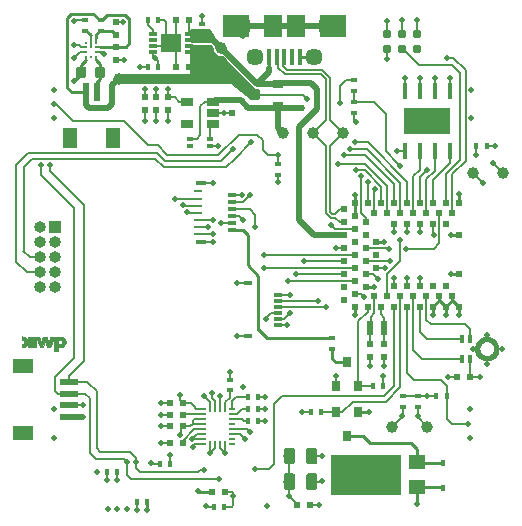
<source format=gbr>
G04 #@! TF.GenerationSoftware,KiCad,Pcbnew,5.0.2+dfsg1-1*
G04 #@! TF.CreationDate,2020-12-10T00:07:48-08:00*
G04 #@! TF.ProjectId,chronopy,6368726f-6e6f-4707-992e-6b696361645f,rev?*
G04 #@! TF.SameCoordinates,Original*
G04 #@! TF.FileFunction,Copper,L4,Bot*
G04 #@! TF.FilePolarity,Positive*
%FSLAX46Y46*%
G04 Gerber Fmt 4.6, Leading zero omitted, Abs format (unit mm)*
G04 Created by KiCad (PCBNEW 5.0.2+dfsg1-1) date Thu 10 Dec 2020 12:07:48 AM PST*
%MOMM*%
%LPD*%
G01*
G04 APERTURE LIST*
G04 #@! TA.AperFunction,EtchedComponent*
%ADD10C,0.010000*%
G04 #@! TD*
G04 #@! TA.AperFunction,BGAPad,CuDef*
%ADD11C,0.787400*%
G04 #@! TD*
G04 #@! TA.AperFunction,SMDPad,CuDef*
%ADD12R,1.400000X1.300000*%
G04 #@! TD*
G04 #@! TA.AperFunction,SMDPad,CuDef*
%ADD13R,6.000000X3.400000*%
G04 #@! TD*
G04 #@! TA.AperFunction,SMDPad,CuDef*
%ADD14R,0.450000X0.600000*%
G04 #@! TD*
G04 #@! TA.AperFunction,SMDPad,CuDef*
%ADD15R,0.400000X0.600000*%
G04 #@! TD*
G04 #@! TA.AperFunction,SMDPad,CuDef*
%ADD16R,0.800000X0.900000*%
G04 #@! TD*
G04 #@! TA.AperFunction,BGAPad,CuDef*
%ADD17C,1.000000*%
G04 #@! TD*
G04 #@! TA.AperFunction,BGAPad,CuDef*
%ADD18C,0.210000*%
G04 #@! TD*
G04 #@! TA.AperFunction,SMDPad,CuDef*
%ADD19R,0.520000X0.300000*%
G04 #@! TD*
G04 #@! TA.AperFunction,SMDPad,CuDef*
%ADD20R,0.500000X0.600000*%
G04 #@! TD*
G04 #@! TA.AperFunction,SMDPad,CuDef*
%ADD21R,0.600000X0.400000*%
G04 #@! TD*
G04 #@! TA.AperFunction,Conductor*
%ADD22C,0.100000*%
G04 #@! TD*
G04 #@! TA.AperFunction,SMDPad,CuDef*
%ADD23C,0.875000*%
G04 #@! TD*
G04 #@! TA.AperFunction,SMDPad,CuDef*
%ADD24R,0.600000X0.500000*%
G04 #@! TD*
G04 #@! TA.AperFunction,ComponentPad*
%ADD25R,1.000000X1.000000*%
G04 #@! TD*
G04 #@! TA.AperFunction,ComponentPad*
%ADD26O,1.000000X1.000000*%
G04 #@! TD*
G04 #@! TA.AperFunction,SMDPad,CuDef*
%ADD27R,0.450000X0.700000*%
G04 #@! TD*
G04 #@! TA.AperFunction,SMDPad,CuDef*
%ADD28C,0.400000*%
G04 #@! TD*
G04 #@! TA.AperFunction,SMDPad,CuDef*
%ADD29R,0.800000X0.300000*%
G04 #@! TD*
G04 #@! TA.AperFunction,SMDPad,CuDef*
%ADD30R,0.800000X0.400000*%
G04 #@! TD*
G04 #@! TA.AperFunction,SMDPad,CuDef*
%ADD31R,0.850000X0.400000*%
G04 #@! TD*
G04 #@! TA.AperFunction,SMDPad,CuDef*
%ADD32R,0.650000X0.300000*%
G04 #@! TD*
G04 #@! TA.AperFunction,SMDPad,CuDef*
%ADD33R,0.800000X0.260000*%
G04 #@! TD*
G04 #@! TA.AperFunction,SMDPad,CuDef*
%ADD34C,0.975000*%
G04 #@! TD*
G04 #@! TA.AperFunction,SMDPad,CuDef*
%ADD35R,0.600000X1.200000*%
G04 #@! TD*
G04 #@! TA.AperFunction,SMDPad,CuDef*
%ADD36R,1.550000X0.600000*%
G04 #@! TD*
G04 #@! TA.AperFunction,SMDPad,CuDef*
%ADD37R,1.800000X1.200000*%
G04 #@! TD*
G04 #@! TA.AperFunction,SMDPad,CuDef*
%ADD38R,0.530000X0.280000*%
G04 #@! TD*
G04 #@! TA.AperFunction,SMDPad,CuDef*
%ADD39R,0.280000X0.530000*%
G04 #@! TD*
G04 #@! TA.AperFunction,SMDPad,CuDef*
%ADD40R,0.500000X0.500000*%
G04 #@! TD*
G04 #@! TA.AperFunction,SMDPad,CuDef*
%ADD41R,0.600000X1.550000*%
G04 #@! TD*
G04 #@! TA.AperFunction,SMDPad,CuDef*
%ADD42R,1.200000X1.800000*%
G04 #@! TD*
G04 #@! TA.AperFunction,SMDPad,CuDef*
%ADD43R,0.420000X1.400000*%
G04 #@! TD*
G04 #@! TA.AperFunction,SMDPad,CuDef*
%ADD44R,4.000000X2.300000*%
G04 #@! TD*
G04 #@! TA.AperFunction,SMDPad,CuDef*
%ADD45R,1.750000X1.550000*%
G04 #@! TD*
G04 #@! TA.AperFunction,SMDPad,CuDef*
%ADD46R,0.900000X0.800000*%
G04 #@! TD*
G04 #@! TA.AperFunction,SMDPad,CuDef*
%ADD47R,1.060000X0.650000*%
G04 #@! TD*
G04 #@! TA.AperFunction,SMDPad,CuDef*
%ADD48R,1.500000X1.900000*%
G04 #@! TD*
G04 #@! TA.AperFunction,ComponentPad*
%ADD49C,1.450000*%
G04 #@! TD*
G04 #@! TA.AperFunction,SMDPad,CuDef*
%ADD50R,0.400000X1.350000*%
G04 #@! TD*
G04 #@! TA.AperFunction,ComponentPad*
%ADD51O,1.200000X1.900000*%
G04 #@! TD*
G04 #@! TA.AperFunction,SMDPad,CuDef*
%ADD52R,2.200000X1.900000*%
G04 #@! TD*
G04 #@! TA.AperFunction,ViaPad*
%ADD53C,0.508000*%
G04 #@! TD*
G04 #@! TA.AperFunction,Conductor*
%ADD54C,0.152400*%
G04 #@! TD*
G04 #@! TA.AperFunction,Conductor*
%ADD55C,0.508000*%
G04 #@! TD*
G04 #@! TA.AperFunction,Conductor*
%ADD56C,0.254000*%
G04 #@! TD*
G04 APERTURE END LIST*
D10*
G04 #@! TO.C,Ref\002A\002A*
G36*
X99820687Y-103890698D02*
X99821507Y-103961902D01*
X99827115Y-104000650D01*
X99842232Y-104016817D01*
X99871580Y-104020280D01*
X99882651Y-104020319D01*
X99949385Y-104039519D01*
X99999713Y-104091937D01*
X100027804Y-104169801D01*
X100031681Y-104218965D01*
X100025195Y-104282766D01*
X100009949Y-104332041D01*
X100005222Y-104339653D01*
X99956721Y-104383596D01*
X99900059Y-104409338D01*
X99853971Y-104409562D01*
X99835446Y-104408700D01*
X99825278Y-104429450D01*
X99821181Y-104479805D01*
X99820687Y-104526054D01*
X99820687Y-104655319D01*
X99921229Y-104653977D01*
X99993301Y-104648947D01*
X100055230Y-104637897D01*
X100071615Y-104632672D01*
X100187087Y-104566407D01*
X100269860Y-104473300D01*
X100319823Y-104353530D01*
X100336860Y-104207649D01*
X100333969Y-104121404D01*
X100321171Y-104057800D01*
X100293483Y-103997430D01*
X100274837Y-103966148D01*
X100193013Y-103868735D01*
X100087951Y-103804888D01*
X99956319Y-103772696D01*
X99933721Y-103770450D01*
X99820687Y-103761077D01*
X99820687Y-103890698D01*
X99820687Y-103890698D01*
G37*
X99820687Y-103890698D02*
X99821507Y-103961902D01*
X99827115Y-104000650D01*
X99842232Y-104016817D01*
X99871580Y-104020280D01*
X99882651Y-104020319D01*
X99949385Y-104039519D01*
X99999713Y-104091937D01*
X100027804Y-104169801D01*
X100031681Y-104218965D01*
X100025195Y-104282766D01*
X100009949Y-104332041D01*
X100005222Y-104339653D01*
X99956721Y-104383596D01*
X99900059Y-104409338D01*
X99853971Y-104409562D01*
X99835446Y-104408700D01*
X99825278Y-104429450D01*
X99821181Y-104479805D01*
X99820687Y-104526054D01*
X99820687Y-104655319D01*
X99921229Y-104653977D01*
X99993301Y-104648947D01*
X100055230Y-104637897D01*
X100071615Y-104632672D01*
X100187087Y-104566407D01*
X100269860Y-104473300D01*
X100319823Y-104353530D01*
X100336860Y-104207649D01*
X100333969Y-104121404D01*
X100321171Y-104057800D01*
X100293483Y-103997430D01*
X100274837Y-103966148D01*
X100193013Y-103868735D01*
X100087951Y-103804888D01*
X99956319Y-103772696D01*
X99933721Y-103770450D01*
X99820687Y-103761077D01*
X99820687Y-103890698D01*
G36*
X100371020Y-104655319D02*
X100667354Y-104655319D01*
X100667354Y-103766319D01*
X100371020Y-103766319D01*
X100371020Y-104655319D01*
X100371020Y-104655319D01*
G37*
X100371020Y-104655319D02*
X100667354Y-104655319D01*
X100667354Y-103766319D01*
X100371020Y-103766319D01*
X100371020Y-104655319D01*
G36*
X101793510Y-103770665D02*
X101651604Y-103776902D01*
X101577520Y-104036095D01*
X101548735Y-104133577D01*
X101523133Y-104214333D01*
X101503275Y-104270691D01*
X101491724Y-104294981D01*
X101490913Y-104295386D01*
X101478088Y-104277133D01*
X101460323Y-104230962D01*
X101452485Y-104205527D01*
X101433879Y-104141715D01*
X101408077Y-104054240D01*
X101380061Y-103959980D01*
X101374573Y-103941605D01*
X101322563Y-103767642D01*
X100709687Y-103767642D01*
X100709687Y-104657173D01*
X100863145Y-104650954D01*
X101016604Y-104644736D01*
X101037770Y-103799094D01*
X101194123Y-104228075D01*
X101350475Y-104657057D01*
X101500043Y-104650896D01*
X101649612Y-104644736D01*
X101724237Y-104391482D01*
X101798861Y-104138228D01*
X101880012Y-104396773D01*
X101961162Y-104655319D01*
X102108672Y-104655319D01*
X102201774Y-104651448D01*
X102253818Y-104639772D01*
X102265617Y-104628861D01*
X102275430Y-104601687D01*
X102297376Y-104541111D01*
X102329137Y-104453519D01*
X102368399Y-104345299D01*
X102412844Y-104222840D01*
X102423703Y-104192927D01*
X102468371Y-104069442D01*
X102507669Y-103959962D01*
X102539449Y-103870537D01*
X102561566Y-103807215D01*
X102571873Y-103776046D01*
X102572354Y-103773958D01*
X102552979Y-103770125D01*
X102501893Y-103768839D01*
X102429657Y-103770328D01*
X102420589Y-103770683D01*
X102268823Y-103776902D01*
X102241829Y-103861569D01*
X102223379Y-103920695D01*
X102197432Y-104005433D01*
X102168561Y-104100817D01*
X102157776Y-104136736D01*
X102100718Y-104327236D01*
X102070691Y-104221402D01*
X102049899Y-104149332D01*
X102022243Y-104055064D01*
X101993106Y-103956926D01*
X101988040Y-103939999D01*
X101935417Y-103764429D01*
X101793510Y-103770665D01*
X101793510Y-103770665D01*
G37*
X101793510Y-103770665D02*
X101651604Y-103776902D01*
X101577520Y-104036095D01*
X101548735Y-104133577D01*
X101523133Y-104214333D01*
X101503275Y-104270691D01*
X101491724Y-104294981D01*
X101490913Y-104295386D01*
X101478088Y-104277133D01*
X101460323Y-104230962D01*
X101452485Y-104205527D01*
X101433879Y-104141715D01*
X101408077Y-104054240D01*
X101380061Y-103959980D01*
X101374573Y-103941605D01*
X101322563Y-103767642D01*
X100709687Y-103767642D01*
X100709687Y-104657173D01*
X100863145Y-104650954D01*
X101016604Y-104644736D01*
X101037770Y-103799094D01*
X101194123Y-104228075D01*
X101350475Y-104657057D01*
X101500043Y-104650896D01*
X101649612Y-104644736D01*
X101724237Y-104391482D01*
X101798861Y-104138228D01*
X101880012Y-104396773D01*
X101961162Y-104655319D01*
X102108672Y-104655319D01*
X102201774Y-104651448D01*
X102253818Y-104639772D01*
X102265617Y-104628861D01*
X102275430Y-104601687D01*
X102297376Y-104541111D01*
X102329137Y-104453519D01*
X102368399Y-104345299D01*
X102412844Y-104222840D01*
X102423703Y-104192927D01*
X102468371Y-104069442D01*
X102507669Y-103959962D01*
X102539449Y-103870537D01*
X102561566Y-103807215D01*
X102571873Y-103776046D01*
X102572354Y-103773958D01*
X102552979Y-103770125D01*
X102501893Y-103768839D01*
X102429657Y-103770328D01*
X102420589Y-103770683D01*
X102268823Y-103776902D01*
X102241829Y-103861569D01*
X102223379Y-103920695D01*
X102197432Y-104005433D01*
X102168561Y-104100817D01*
X102157776Y-104136736D01*
X102100718Y-104327236D01*
X102070691Y-104221402D01*
X102049899Y-104149332D01*
X102022243Y-104055064D01*
X101993106Y-103956926D01*
X101988040Y-103939999D01*
X101935417Y-103764429D01*
X101793510Y-103770665D01*
G36*
X102598483Y-104364277D02*
X102604104Y-104962236D01*
X102742584Y-104968394D01*
X102815732Y-104969419D01*
X102871257Y-104966065D01*
X102896042Y-104959575D01*
X102902695Y-104932999D01*
X102907831Y-104874564D01*
X102910684Y-104794737D01*
X102911020Y-104754344D01*
X102911346Y-104664564D01*
X102913540Y-104610630D01*
X102919428Y-104586050D01*
X102930835Y-104584338D01*
X102949588Y-104599003D01*
X102953682Y-104602699D01*
X103008133Y-104630643D01*
X103088641Y-104647729D01*
X103179993Y-104652538D01*
X103266979Y-104643646D01*
X103299891Y-104635047D01*
X103358927Y-104603662D01*
X103422307Y-104552541D01*
X103449493Y-104524074D01*
X103515648Y-104418822D01*
X103551124Y-104300147D01*
X103554075Y-104241912D01*
X103248431Y-104241912D01*
X103221096Y-104331583D01*
X103218383Y-104336958D01*
X103167046Y-104397305D01*
X103099718Y-104423145D01*
X103026739Y-104413120D01*
X102962975Y-104370531D01*
X102927708Y-104323097D01*
X102912821Y-104263553D01*
X102911020Y-104218437D01*
X102925134Y-104122172D01*
X102967172Y-104057372D01*
X103036677Y-104024563D01*
X103082507Y-104020319D01*
X103158074Y-104038366D01*
X103213318Y-104086910D01*
X103244638Y-104157557D01*
X103248431Y-104241912D01*
X103554075Y-104241912D01*
X103557399Y-104176326D01*
X103535947Y-104055636D01*
X103488244Y-103946354D01*
X103415767Y-103856758D01*
X103319990Y-103795126D01*
X103319489Y-103794916D01*
X103224976Y-103770952D01*
X103121011Y-103768592D01*
X103025761Y-103787176D01*
X102981872Y-103807168D01*
X102937684Y-103832660D01*
X102916934Y-103835849D01*
X102907070Y-103816720D01*
X102904479Y-103807088D01*
X102893552Y-103785541D01*
X102868491Y-103773177D01*
X102819734Y-103767577D01*
X102743339Y-103766319D01*
X102592861Y-103766319D01*
X102598483Y-104364277D01*
X102598483Y-104364277D01*
G37*
X102598483Y-104364277D02*
X102604104Y-104962236D01*
X102742584Y-104968394D01*
X102815732Y-104969419D01*
X102871257Y-104966065D01*
X102896042Y-104959575D01*
X102902695Y-104932999D01*
X102907831Y-104874564D01*
X102910684Y-104794737D01*
X102911020Y-104754344D01*
X102911346Y-104664564D01*
X102913540Y-104610630D01*
X102919428Y-104586050D01*
X102930835Y-104584338D01*
X102949588Y-104599003D01*
X102953682Y-104602699D01*
X103008133Y-104630643D01*
X103088641Y-104647729D01*
X103179993Y-104652538D01*
X103266979Y-104643646D01*
X103299891Y-104635047D01*
X103358927Y-104603662D01*
X103422307Y-104552541D01*
X103449493Y-104524074D01*
X103515648Y-104418822D01*
X103551124Y-104300147D01*
X103554075Y-104241912D01*
X103248431Y-104241912D01*
X103221096Y-104331583D01*
X103218383Y-104336958D01*
X103167046Y-104397305D01*
X103099718Y-104423145D01*
X103026739Y-104413120D01*
X102962975Y-104370531D01*
X102927708Y-104323097D01*
X102912821Y-104263553D01*
X102911020Y-104218437D01*
X102925134Y-104122172D01*
X102967172Y-104057372D01*
X103036677Y-104024563D01*
X103082507Y-104020319D01*
X103158074Y-104038366D01*
X103213318Y-104086910D01*
X103244638Y-104157557D01*
X103248431Y-104241912D01*
X103554075Y-104241912D01*
X103557399Y-104176326D01*
X103535947Y-104055636D01*
X103488244Y-103946354D01*
X103415767Y-103856758D01*
X103319990Y-103795126D01*
X103319489Y-103794916D01*
X103224976Y-103770952D01*
X103121011Y-103768592D01*
X103025761Y-103787176D01*
X102981872Y-103807168D01*
X102937684Y-103832660D01*
X102916934Y-103835849D01*
X102907070Y-103816720D01*
X102904479Y-103807088D01*
X102893552Y-103785541D01*
X102868491Y-103773177D01*
X102819734Y-103767577D01*
X102743339Y-103766319D01*
X102592861Y-103766319D01*
X102598483Y-104364277D01*
G04 #@! TD*
D11*
G04 #@! TO.P,J7,1*
G04 #@! TO.N,+3V0*
X130766354Y-78112319D03*
G04 #@! TO.P,J7,3*
G04 #@! TO.N,~RESET*
X132036354Y-78112319D03*
G04 #@! TO.P,J7,5*
G04 #@! TO.N,GND*
X133306354Y-78112319D03*
G04 #@! TO.P,J7,6*
G04 #@! TO.N,Net-(J7-Pad6)*
X133306354Y-79382319D03*
G04 #@! TO.P,J7,4*
G04 #@! TO.N,SWCLK*
X132036354Y-79382319D03*
G04 #@! TO.P,J7,2*
G04 #@! TO.N,SWDIO*
X130766354Y-79382319D03*
G04 #@! TD*
D12*
G04 #@! TO.P,M1,1*
G04 #@! TO.N,Net-(D2-Pad1)*
X133262954Y-114425719D03*
G04 #@! TO.P,M1,2*
G04 #@! TO.N,GND*
X133262954Y-116525719D03*
D13*
G04 #@! TO.P,M1,3*
G04 #@! TO.N,N/C*
X128962954Y-115475719D03*
G04 #@! TD*
D14*
G04 #@! TO.P,D2,2*
G04 #@! TO.N,GND*
X135465354Y-116551119D03*
G04 #@! TO.P,D2,1*
G04 #@! TO.N,Net-(D2-Pad1)*
X135465354Y-114451119D03*
G04 #@! TD*
D15*
G04 #@! TO.P,R24,2*
G04 #@! TO.N,MOTOR_EN*
X125189354Y-110167119D03*
G04 #@! TO.P,R24,1*
G04 #@! TO.N,+3V0*
X124289354Y-110167119D03*
G04 #@! TD*
D16*
G04 #@! TO.P,Q3,1*
G04 #@! TO.N,MOTOR_EN*
X126438154Y-110183119D03*
G04 #@! TO.P,Q3,2*
G04 #@! TO.N,+3V0*
X128338154Y-110183119D03*
G04 #@! TO.P,Q3,3*
G04 #@! TO.N,Net-(D2-Pad1)*
X127388154Y-112183119D03*
G04 #@! TD*
D17*
G04 #@! TO.P,TP7,1*
G04 #@! TO.N,+3V0*
X138081555Y-89923319D03*
G04 #@! TD*
D18*
G04 #@! TO.P,U4,B2*
G04 #@! TO.N,Net-(R21-Pad1)*
X105696554Y-79280719D03*
G04 #@! TO.P,U4,B1*
G04 #@! TO.N,IIC_SDA*
X105296554Y-79280719D03*
G04 #@! TO.P,U4,C1*
G04 #@! TO.N,IIC_SCL*
X105296554Y-79680719D03*
G04 #@! TO.P,U4,A1*
G04 #@! TO.N,Net-(U4-PadA1)*
X105296554Y-78880719D03*
G04 #@! TO.P,U4,B3*
G04 #@! TO.N,+BATT*
X106096554Y-79280719D03*
G04 #@! TO.P,U4,C3*
G04 #@! TO.N,GND*
X106096554Y-79680719D03*
G04 #@! TO.P,U4,A3*
G04 #@! TO.N,Net-(C18-Pad1)*
X106096554Y-78880719D03*
G04 #@! TO.P,U4,D1*
G04 #@! TO.N,GND*
X105296554Y-80080719D03*
G04 #@! TO.P,U4,D3*
G04 #@! TO.N,Net-(J2-Pad1)*
X106096554Y-80080719D03*
G04 #@! TO.P,U4,D2*
G04 #@! TO.N,N/C*
X105696554Y-80080719D03*
G04 #@! TD*
D19*
G04 #@! TO.P,IC2,1*
G04 #@! TO.N,Net-(IC2-Pad1)*
X115789000Y-87002000D03*
G04 #@! TO.P,IC2,2*
G04 #@! TO.N,GND*
X115789000Y-87652000D03*
G04 #@! TO.P,IC2,3*
G04 #@! TO.N,Net-(IC2-Pad3)*
X114109000Y-87652000D03*
G04 #@! TO.P,IC2,4*
G04 #@! TO.N,VBUS*
X114109000Y-87002000D03*
G04 #@! TD*
D20*
G04 #@! TO.P,C18,2*
G04 #@! TO.N,GND*
X107779354Y-77130519D03*
G04 #@! TO.P,C18,1*
G04 #@! TO.N,Net-(C18-Pad1)*
X107779354Y-78230519D03*
G04 #@! TD*
G04 #@! TO.P,C19,1*
G04 #@! TO.N,+BATT*
X107779354Y-79264119D03*
G04 #@! TO.P,C19,2*
G04 #@! TO.N,GND*
X107779354Y-80364119D03*
G04 #@! TD*
D21*
G04 #@! TO.P,R21,1*
G04 #@! TO.N,Net-(R21-Pad1)*
X105213954Y-77901919D03*
G04 #@! TO.P,R21,2*
G04 #@! TO.N,GND*
X105213954Y-77001919D03*
G04 #@! TD*
G04 #@! TO.P,R22,2*
G04 #@! TO.N,+BATT*
X106509354Y-77001919D03*
G04 #@! TO.P,R22,1*
G04 #@! TO.N,Net-(C18-Pad1)*
X106509354Y-77901919D03*
G04 #@! TD*
D22*
G04 #@! TO.N,GND*
G04 #@! TO.C,R23*
G36*
X105123845Y-80914972D02*
X105145080Y-80918122D01*
X105165904Y-80923338D01*
X105186116Y-80930570D01*
X105205522Y-80939749D01*
X105223935Y-80950785D01*
X105241178Y-80963573D01*
X105257084Y-80977989D01*
X105271500Y-80993895D01*
X105284288Y-81011138D01*
X105295324Y-81029551D01*
X105304503Y-81048957D01*
X105311735Y-81069169D01*
X105316951Y-81089993D01*
X105320101Y-81111228D01*
X105321154Y-81132669D01*
X105321154Y-81645169D01*
X105320101Y-81666610D01*
X105316951Y-81687845D01*
X105311735Y-81708669D01*
X105304503Y-81728881D01*
X105295324Y-81748287D01*
X105284288Y-81766700D01*
X105271500Y-81783943D01*
X105257084Y-81799849D01*
X105241178Y-81814265D01*
X105223935Y-81827053D01*
X105205522Y-81838089D01*
X105186116Y-81847268D01*
X105165904Y-81854500D01*
X105145080Y-81859716D01*
X105123845Y-81862866D01*
X105102404Y-81863919D01*
X104664904Y-81863919D01*
X104643463Y-81862866D01*
X104622228Y-81859716D01*
X104601404Y-81854500D01*
X104581192Y-81847268D01*
X104561786Y-81838089D01*
X104543373Y-81827053D01*
X104526130Y-81814265D01*
X104510224Y-81799849D01*
X104495808Y-81783943D01*
X104483020Y-81766700D01*
X104471984Y-81748287D01*
X104462805Y-81728881D01*
X104455573Y-81708669D01*
X104450357Y-81687845D01*
X104447207Y-81666610D01*
X104446154Y-81645169D01*
X104446154Y-81132669D01*
X104447207Y-81111228D01*
X104450357Y-81089993D01*
X104455573Y-81069169D01*
X104462805Y-81048957D01*
X104471984Y-81029551D01*
X104483020Y-81011138D01*
X104495808Y-80993895D01*
X104510224Y-80977989D01*
X104526130Y-80963573D01*
X104543373Y-80950785D01*
X104561786Y-80939749D01*
X104581192Y-80930570D01*
X104601404Y-80923338D01*
X104622228Y-80918122D01*
X104643463Y-80914972D01*
X104664904Y-80913919D01*
X105102404Y-80913919D01*
X105123845Y-80914972D01*
X105123845Y-80914972D01*
G37*
D23*
G04 #@! TD*
G04 #@! TO.P,R23,1*
G04 #@! TO.N,GND*
X104883654Y-81388919D03*
D22*
G04 #@! TO.N,Net-(J2-Pad1)*
G04 #@! TO.C,R23*
G36*
X106698845Y-80914972D02*
X106720080Y-80918122D01*
X106740904Y-80923338D01*
X106761116Y-80930570D01*
X106780522Y-80939749D01*
X106798935Y-80950785D01*
X106816178Y-80963573D01*
X106832084Y-80977989D01*
X106846500Y-80993895D01*
X106859288Y-81011138D01*
X106870324Y-81029551D01*
X106879503Y-81048957D01*
X106886735Y-81069169D01*
X106891951Y-81089993D01*
X106895101Y-81111228D01*
X106896154Y-81132669D01*
X106896154Y-81645169D01*
X106895101Y-81666610D01*
X106891951Y-81687845D01*
X106886735Y-81708669D01*
X106879503Y-81728881D01*
X106870324Y-81748287D01*
X106859288Y-81766700D01*
X106846500Y-81783943D01*
X106832084Y-81799849D01*
X106816178Y-81814265D01*
X106798935Y-81827053D01*
X106780522Y-81838089D01*
X106761116Y-81847268D01*
X106740904Y-81854500D01*
X106720080Y-81859716D01*
X106698845Y-81862866D01*
X106677404Y-81863919D01*
X106239904Y-81863919D01*
X106218463Y-81862866D01*
X106197228Y-81859716D01*
X106176404Y-81854500D01*
X106156192Y-81847268D01*
X106136786Y-81838089D01*
X106118373Y-81827053D01*
X106101130Y-81814265D01*
X106085224Y-81799849D01*
X106070808Y-81783943D01*
X106058020Y-81766700D01*
X106046984Y-81748287D01*
X106037805Y-81728881D01*
X106030573Y-81708669D01*
X106025357Y-81687845D01*
X106022207Y-81666610D01*
X106021154Y-81645169D01*
X106021154Y-81132669D01*
X106022207Y-81111228D01*
X106025357Y-81089993D01*
X106030573Y-81069169D01*
X106037805Y-81048957D01*
X106046984Y-81029551D01*
X106058020Y-81011138D01*
X106070808Y-80993895D01*
X106085224Y-80977989D01*
X106101130Y-80963573D01*
X106118373Y-80950785D01*
X106136786Y-80939749D01*
X106156192Y-80930570D01*
X106176404Y-80923338D01*
X106197228Y-80918122D01*
X106218463Y-80914972D01*
X106239904Y-80913919D01*
X106677404Y-80913919D01*
X106698845Y-80914972D01*
X106698845Y-80914972D01*
G37*
D23*
G04 #@! TD*
G04 #@! TO.P,R23,2*
G04 #@! TO.N,Net-(J2-Pad1)*
X106458654Y-81388919D03*
D24*
G04 #@! TO.P,C17,1*
G04 #@! TO.N,+3V0*
X137832354Y-107216319D03*
G04 #@! TO.P,C17,2*
G04 #@! TO.N,GND*
X136732354Y-107216319D03*
G04 #@! TD*
D25*
G04 #@! TO.P,J6,1*
G04 #@! TO.N,+3V0*
X102636553Y-94528720D03*
D26*
G04 #@! TO.P,J6,2*
G04 #@! TO.N,GND*
X101366553Y-94528720D03*
G04 #@! TO.P,J6,3*
G04 #@! TO.N,GPIO0_7*
X102636553Y-95798720D03*
G04 #@! TO.P,J6,4*
G04 #@! TO.N,GPIO0_15*
X101366553Y-95798720D03*
G04 #@! TO.P,J6,5*
G04 #@! TO.N,GPIO0_6*
X102636553Y-97068720D03*
G04 #@! TO.P,J6,6*
G04 #@! TO.N,GPIO0_19*
X101366553Y-97068720D03*
G04 #@! TO.P,J6,7*
G04 #@! TO.N,GPIO0_5*
X102636553Y-98338720D03*
G04 #@! TO.P,J6,8*
G04 #@! TO.N,GPIO0_21*
X101366553Y-98338720D03*
G04 #@! TO.P,J6,9*
G04 #@! TO.N,GPIO0_4*
X102636553Y-99608720D03*
G04 #@! TO.P,J6,10*
G04 #@! TO.N,GPIO0_24*
X101366553Y-99608720D03*
G04 #@! TD*
D27*
G04 #@! TO.P,MK1,1*
G04 #@! TO.N,MIC_DATAOUT*
X137072354Y-105676319D03*
G04 #@! TO.P,MK1,2*
G04 #@! TO.N,+3V0*
X137772354Y-105676319D03*
G04 #@! TO.P,MK1,3*
G04 #@! TO.N,MIC_BCLK*
X137072354Y-103976319D03*
G04 #@! TO.P,MK1,4*
G04 #@! TO.N,MIC_SEL*
X137772354Y-103976319D03*
D28*
G04 #@! TO.P,MK1,5*
G04 #@! TO.N,GND*
X139252354Y-105636319D03*
D22*
G04 #@! TD*
G04 #@! TO.N,GND*
G04 #@! TO.C,MK1*
G36*
X139332142Y-103789384D02*
X139432948Y-103802119D01*
X139532031Y-103824630D01*
X139628444Y-103856702D01*
X139721267Y-103898030D01*
X139809614Y-103948218D01*
X139892642Y-104006788D01*
X139969558Y-104073180D01*
X140039629Y-104146762D01*
X140102185Y-104226829D01*
X140156629Y-104312619D01*
X140202441Y-104403313D01*
X140239185Y-104498044D01*
X140266509Y-104595909D01*
X140284153Y-104695972D01*
X140291949Y-104797280D01*
X140292354Y-104826319D01*
X140287390Y-104927805D01*
X140272547Y-105028323D01*
X140247966Y-105126912D01*
X140213882Y-105222632D01*
X140170619Y-105314569D01*
X140118592Y-105401846D01*
X140058296Y-105483629D01*
X139990308Y-105559139D01*
X139915275Y-105627653D01*
X139833915Y-105688518D01*
X139747003Y-105741154D01*
X139655370Y-105785057D01*
X139559890Y-105819808D01*
X139461475Y-105845077D01*
X139361064Y-105860622D01*
X139259615Y-105866294D01*
X139158096Y-105862039D01*
X139057477Y-105847898D01*
X138958719Y-105824006D01*
X138862763Y-105790590D01*
X138770526Y-105747971D01*
X138682888Y-105696554D01*
X138600686Y-105636830D01*
X138524704Y-105569371D01*
X138455668Y-105494818D01*
X138394236Y-105413885D01*
X138340995Y-105327343D01*
X138296453Y-105236019D01*
X138261036Y-105140784D01*
X138235080Y-105042547D01*
X138218835Y-104942247D01*
X138212455Y-104840840D01*
X138213244Y-104818221D01*
X138672411Y-104818221D01*
X138674388Y-104874852D01*
X138681883Y-104931020D01*
X138694822Y-104986189D01*
X138713084Y-105039831D01*
X138736493Y-105091436D01*
X138764825Y-105140510D01*
X138797812Y-105186585D01*
X138835137Y-105229221D01*
X138876444Y-105268011D01*
X138921340Y-105302586D01*
X138969395Y-105332614D01*
X139020152Y-105357809D01*
X139073124Y-105377932D01*
X139127808Y-105392789D01*
X139183680Y-105402239D01*
X139240207Y-105406192D01*
X139296851Y-105404610D01*
X139353070Y-105397507D01*
X139408327Y-105384953D01*
X139462096Y-105367067D01*
X139513863Y-105344019D01*
X139563134Y-105316029D01*
X139609438Y-105283365D01*
X139652333Y-105246339D01*
X139691411Y-105205303D01*
X139726298Y-105160650D01*
X139756661Y-105112805D01*
X139782210Y-105062226D01*
X139802702Y-105009395D01*
X139817941Y-104954817D01*
X139827781Y-104899012D01*
X139832128Y-104842514D01*
X139832354Y-104826319D01*
X139829586Y-104769721D01*
X139821308Y-104713663D01*
X139807599Y-104658681D01*
X139788591Y-104605298D01*
X139764464Y-104554025D01*
X139735448Y-104505352D01*
X139701822Y-104459742D01*
X139663905Y-104417631D01*
X139622060Y-104379421D01*
X139576686Y-104345477D01*
X139528216Y-104316123D01*
X139477113Y-104291638D01*
X139423865Y-104272258D01*
X139368979Y-104258165D01*
X139312981Y-104249496D01*
X139256403Y-104246333D01*
X139199787Y-104248706D01*
X139143673Y-104256592D01*
X139088596Y-104269917D01*
X139035082Y-104288552D01*
X138983642Y-104312321D01*
X138934767Y-104340996D01*
X138888924Y-104374303D01*
X138846549Y-104411925D01*
X138808048Y-104453502D01*
X138773788Y-104498638D01*
X138744096Y-104546902D01*
X138719256Y-104597833D01*
X138699503Y-104650944D01*
X138685028Y-104705730D01*
X138675969Y-104761667D01*
X138672411Y-104818221D01*
X138213244Y-104818221D01*
X138216001Y-104739294D01*
X138229440Y-104638579D01*
X138252642Y-104539656D01*
X138285386Y-104443469D01*
X138327361Y-104350937D01*
X138378165Y-104262942D01*
X138437313Y-104180325D01*
X138504241Y-104103874D01*
X138578309Y-104034319D01*
X138658812Y-103972324D01*
X138744980Y-103918480D01*
X138835991Y-103873302D01*
X138930976Y-103837220D01*
X139029029Y-103810580D01*
X139129214Y-103793635D01*
X139230574Y-103786547D01*
X139332142Y-103789384D01*
X139332142Y-103789384D01*
G37*
D29*
G04 #@! TO.P,J5,6*
G04 #@! TO.N,GND*
X121512354Y-100256319D03*
G04 #@! TO.P,J5,5*
G04 #@! TO.N,TS_RST*
X121512354Y-100756319D03*
G04 #@! TO.P,J5,4*
G04 #@! TO.N,TS_INT*
X121512354Y-101256319D03*
G04 #@! TO.P,J5,3*
G04 #@! TO.N,IIC_SDA*
X121512354Y-101756319D03*
G04 #@! TO.P,J5,2*
G04 #@! TO.N,IIC_SCL*
X121512354Y-102256319D03*
G04 #@! TO.P,J5,1*
G04 #@! TO.N,+3V0*
X121512354Y-102756319D03*
D30*
G04 #@! TO.P,J5,MP*
G04 #@! TO.N,GND*
X119012354Y-103756319D03*
X119012354Y-99256319D03*
G04 #@! TD*
D31*
G04 #@! TO.P,J4,MP*
G04 #@! TO.N,GND*
X115057354Y-90786319D03*
X115057354Y-95786319D03*
D32*
G04 #@! TO.P,J4,12*
X117607354Y-91786319D03*
G04 #@! TO.P,J4,10*
X117607354Y-92386319D03*
G04 #@! TO.P,J4,8*
G04 #@! TO.N,LCD_CLK*
X117607354Y-92986319D03*
G04 #@! TO.P,J4,6*
G04 #@! TO.N,LCD_CS*
X117607354Y-93586319D03*
G04 #@! TO.P,J4,4*
G04 #@! TO.N,+3V0*
X117607354Y-94186319D03*
G04 #@! TO.P,J4,2*
G04 #@! TO.N,Net-(J4-Pad2)*
X117607354Y-94786319D03*
D33*
G04 #@! TO.P,J4,13*
G04 #@! TO.N,Net-(J4-Pad13)*
X114732354Y-91486319D03*
G04 #@! TO.P,J4,11*
G04 #@! TO.N,LCD_DC*
X114732354Y-92086319D03*
G04 #@! TO.P,J4,9*
G04 #@! TO.N,LCD_MOSI*
X114732354Y-92686319D03*
G04 #@! TO.P,J4,7*
G04 #@! TO.N,LCD_RST*
X114732354Y-93286319D03*
G04 #@! TO.P,J4,5*
G04 #@! TO.N,+3V0*
X114732354Y-93886319D03*
G04 #@! TO.P,J4,3*
G04 #@! TO.N,GND*
X114732354Y-94486319D03*
G04 #@! TO.P,J4,1*
X114732354Y-95086319D03*
G04 #@! TD*
D20*
G04 #@! TO.P,C1,2*
G04 #@! TO.N,GND*
X130538200Y-105516400D03*
G04 #@! TO.P,C1,1*
G04 #@! TO.N,XL1*
X130538200Y-104416400D03*
G04 #@! TD*
G04 #@! TO.P,C2,2*
G04 #@! TO.N,GND*
X129344400Y-105516400D03*
G04 #@! TO.P,C2,1*
G04 #@! TO.N,XL2*
X129344400Y-104416400D03*
G04 #@! TD*
D24*
G04 #@! TO.P,C3,2*
G04 #@! TO.N,GND*
X112908800Y-76939400D03*
G04 #@! TO.P,C3,1*
G04 #@! TO.N,+5P*
X114008800Y-76939400D03*
G04 #@! TD*
D20*
G04 #@! TO.P,C4,2*
G04 #@! TO.N,GND*
X117635000Y-84877000D03*
G04 #@! TO.P,C4,1*
G04 #@! TO.N,VBUS*
X117635000Y-83777000D03*
G04 #@! TD*
D24*
G04 #@! TO.P,C5,2*
G04 #@! TO.N,GND*
X112908800Y-80939400D03*
G04 #@! TO.P,C5,1*
G04 #@! TO.N,+BATT*
X114008800Y-80939400D03*
G04 #@! TD*
D20*
G04 #@! TO.P,C6,2*
G04 #@! TO.N,GND*
X112241000Y-84620000D03*
G04 #@! TO.P,C6,1*
G04 #@! TO.N,+3V0*
X112241000Y-83520000D03*
G04 #@! TD*
G04 #@! TO.P,C7,2*
G04 #@! TO.N,GND*
X111241000Y-84620000D03*
G04 #@! TO.P,C7,1*
G04 #@! TO.N,+3V0*
X111241000Y-83520000D03*
G04 #@! TD*
D24*
G04 #@! TO.P,C9,2*
G04 #@! TO.N,Net-(C9-Pad2)*
X113479800Y-110378200D03*
G04 #@! TO.P,C9,1*
G04 #@! TO.N,GND*
X112379800Y-110378200D03*
G04 #@! TD*
G04 #@! TO.P,C10,2*
G04 #@! TO.N,Net-(C10-Pad2)*
X113459800Y-112798200D03*
G04 #@! TO.P,C10,1*
G04 #@! TO.N,GND*
X112359800Y-112798200D03*
G04 #@! TD*
G04 #@! TO.P,C13,2*
G04 #@! TO.N,GND*
X115979278Y-116888676D03*
G04 #@! TO.P,C13,1*
G04 #@! TO.N,Net-(C13-Pad1)*
X117079278Y-116888676D03*
G04 #@! TD*
G04 #@! TO.P,C14,2*
G04 #@! TO.N,GND*
X124281000Y-118008000D03*
G04 #@! TO.P,C14,1*
G04 #@! TO.N,+3V0*
X123181000Y-118008000D03*
G04 #@! TD*
G04 #@! TO.P,C15,2*
G04 #@! TO.N,GND*
X112379800Y-109378200D03*
G04 #@! TO.P,C15,1*
G04 #@! TO.N,+3V0*
X113479800Y-109378200D03*
G04 #@! TD*
G04 #@! TO.P,C16,2*
G04 #@! TO.N,GND*
X112379800Y-111378200D03*
G04 #@! TO.P,C16,1*
G04 #@! TO.N,+3V0*
X113479800Y-111378200D03*
G04 #@! TD*
D20*
G04 #@! TO.P,C8,2*
G04 #@! TO.N,GND*
X110241000Y-84620000D03*
G04 #@! TO.P,C8,1*
G04 #@! TO.N,+3V0*
X110241000Y-83520000D03*
G04 #@! TD*
D22*
G04 #@! TO.N,GND*
G04 #@! TO.C,C12*
G36*
X124648076Y-115343393D02*
X124671737Y-115346903D01*
X124694941Y-115352715D01*
X124717463Y-115360773D01*
X124739087Y-115371001D01*
X124759604Y-115383298D01*
X124778817Y-115397548D01*
X124796541Y-115413612D01*
X124812605Y-115431336D01*
X124826855Y-115450549D01*
X124839152Y-115471066D01*
X124849380Y-115492690D01*
X124857438Y-115515212D01*
X124863250Y-115538416D01*
X124866760Y-115562077D01*
X124867934Y-115585969D01*
X124867934Y-116498469D01*
X124866760Y-116522361D01*
X124863250Y-116546022D01*
X124857438Y-116569226D01*
X124849380Y-116591748D01*
X124839152Y-116613372D01*
X124826855Y-116633889D01*
X124812605Y-116653102D01*
X124796541Y-116670826D01*
X124778817Y-116686890D01*
X124759604Y-116701140D01*
X124739087Y-116713437D01*
X124717463Y-116723665D01*
X124694941Y-116731723D01*
X124671737Y-116737535D01*
X124648076Y-116741045D01*
X124624184Y-116742219D01*
X124136684Y-116742219D01*
X124112792Y-116741045D01*
X124089131Y-116737535D01*
X124065927Y-116731723D01*
X124043405Y-116723665D01*
X124021781Y-116713437D01*
X124001264Y-116701140D01*
X123982051Y-116686890D01*
X123964327Y-116670826D01*
X123948263Y-116653102D01*
X123934013Y-116633889D01*
X123921716Y-116613372D01*
X123911488Y-116591748D01*
X123903430Y-116569226D01*
X123897618Y-116546022D01*
X123894108Y-116522361D01*
X123892934Y-116498469D01*
X123892934Y-115585969D01*
X123894108Y-115562077D01*
X123897618Y-115538416D01*
X123903430Y-115515212D01*
X123911488Y-115492690D01*
X123921716Y-115471066D01*
X123934013Y-115450549D01*
X123948263Y-115431336D01*
X123964327Y-115413612D01*
X123982051Y-115397548D01*
X124001264Y-115383298D01*
X124021781Y-115371001D01*
X124043405Y-115360773D01*
X124065927Y-115352715D01*
X124089131Y-115346903D01*
X124112792Y-115343393D01*
X124136684Y-115342219D01*
X124624184Y-115342219D01*
X124648076Y-115343393D01*
X124648076Y-115343393D01*
G37*
D34*
G04 #@! TD*
G04 #@! TO.P,C12,2*
G04 #@! TO.N,GND*
X124380434Y-116042219D03*
D22*
G04 #@! TO.N,+3V0*
G04 #@! TO.C,C12*
G36*
X122773076Y-115343393D02*
X122796737Y-115346903D01*
X122819941Y-115352715D01*
X122842463Y-115360773D01*
X122864087Y-115371001D01*
X122884604Y-115383298D01*
X122903817Y-115397548D01*
X122921541Y-115413612D01*
X122937605Y-115431336D01*
X122951855Y-115450549D01*
X122964152Y-115471066D01*
X122974380Y-115492690D01*
X122982438Y-115515212D01*
X122988250Y-115538416D01*
X122991760Y-115562077D01*
X122992934Y-115585969D01*
X122992934Y-116498469D01*
X122991760Y-116522361D01*
X122988250Y-116546022D01*
X122982438Y-116569226D01*
X122974380Y-116591748D01*
X122964152Y-116613372D01*
X122951855Y-116633889D01*
X122937605Y-116653102D01*
X122921541Y-116670826D01*
X122903817Y-116686890D01*
X122884604Y-116701140D01*
X122864087Y-116713437D01*
X122842463Y-116723665D01*
X122819941Y-116731723D01*
X122796737Y-116737535D01*
X122773076Y-116741045D01*
X122749184Y-116742219D01*
X122261684Y-116742219D01*
X122237792Y-116741045D01*
X122214131Y-116737535D01*
X122190927Y-116731723D01*
X122168405Y-116723665D01*
X122146781Y-116713437D01*
X122126264Y-116701140D01*
X122107051Y-116686890D01*
X122089327Y-116670826D01*
X122073263Y-116653102D01*
X122059013Y-116633889D01*
X122046716Y-116613372D01*
X122036488Y-116591748D01*
X122028430Y-116569226D01*
X122022618Y-116546022D01*
X122019108Y-116522361D01*
X122017934Y-116498469D01*
X122017934Y-115585969D01*
X122019108Y-115562077D01*
X122022618Y-115538416D01*
X122028430Y-115515212D01*
X122036488Y-115492690D01*
X122046716Y-115471066D01*
X122059013Y-115450549D01*
X122073263Y-115431336D01*
X122089327Y-115413612D01*
X122107051Y-115397548D01*
X122126264Y-115383298D01*
X122146781Y-115371001D01*
X122168405Y-115360773D01*
X122190927Y-115352715D01*
X122214131Y-115346903D01*
X122237792Y-115343393D01*
X122261684Y-115342219D01*
X122749184Y-115342219D01*
X122773076Y-115343393D01*
X122773076Y-115343393D01*
G37*
D34*
G04 #@! TD*
G04 #@! TO.P,C12,1*
G04 #@! TO.N,+3V0*
X122505434Y-116042219D03*
D22*
G04 #@! TO.N,GND*
G04 #@! TO.C,C11*
G36*
X124648076Y-113184393D02*
X124671737Y-113187903D01*
X124694941Y-113193715D01*
X124717463Y-113201773D01*
X124739087Y-113212001D01*
X124759604Y-113224298D01*
X124778817Y-113238548D01*
X124796541Y-113254612D01*
X124812605Y-113272336D01*
X124826855Y-113291549D01*
X124839152Y-113312066D01*
X124849380Y-113333690D01*
X124857438Y-113356212D01*
X124863250Y-113379416D01*
X124866760Y-113403077D01*
X124867934Y-113426969D01*
X124867934Y-114339469D01*
X124866760Y-114363361D01*
X124863250Y-114387022D01*
X124857438Y-114410226D01*
X124849380Y-114432748D01*
X124839152Y-114454372D01*
X124826855Y-114474889D01*
X124812605Y-114494102D01*
X124796541Y-114511826D01*
X124778817Y-114527890D01*
X124759604Y-114542140D01*
X124739087Y-114554437D01*
X124717463Y-114564665D01*
X124694941Y-114572723D01*
X124671737Y-114578535D01*
X124648076Y-114582045D01*
X124624184Y-114583219D01*
X124136684Y-114583219D01*
X124112792Y-114582045D01*
X124089131Y-114578535D01*
X124065927Y-114572723D01*
X124043405Y-114564665D01*
X124021781Y-114554437D01*
X124001264Y-114542140D01*
X123982051Y-114527890D01*
X123964327Y-114511826D01*
X123948263Y-114494102D01*
X123934013Y-114474889D01*
X123921716Y-114454372D01*
X123911488Y-114432748D01*
X123903430Y-114410226D01*
X123897618Y-114387022D01*
X123894108Y-114363361D01*
X123892934Y-114339469D01*
X123892934Y-113426969D01*
X123894108Y-113403077D01*
X123897618Y-113379416D01*
X123903430Y-113356212D01*
X123911488Y-113333690D01*
X123921716Y-113312066D01*
X123934013Y-113291549D01*
X123948263Y-113272336D01*
X123964327Y-113254612D01*
X123982051Y-113238548D01*
X124001264Y-113224298D01*
X124021781Y-113212001D01*
X124043405Y-113201773D01*
X124065927Y-113193715D01*
X124089131Y-113187903D01*
X124112792Y-113184393D01*
X124136684Y-113183219D01*
X124624184Y-113183219D01*
X124648076Y-113184393D01*
X124648076Y-113184393D01*
G37*
D34*
G04 #@! TD*
G04 #@! TO.P,C11,2*
G04 #@! TO.N,GND*
X124380434Y-113883219D03*
D22*
G04 #@! TO.N,+3V0*
G04 #@! TO.C,C11*
G36*
X122773076Y-113184393D02*
X122796737Y-113187903D01*
X122819941Y-113193715D01*
X122842463Y-113201773D01*
X122864087Y-113212001D01*
X122884604Y-113224298D01*
X122903817Y-113238548D01*
X122921541Y-113254612D01*
X122937605Y-113272336D01*
X122951855Y-113291549D01*
X122964152Y-113312066D01*
X122974380Y-113333690D01*
X122982438Y-113356212D01*
X122988250Y-113379416D01*
X122991760Y-113403077D01*
X122992934Y-113426969D01*
X122992934Y-114339469D01*
X122991760Y-114363361D01*
X122988250Y-114387022D01*
X122982438Y-114410226D01*
X122974380Y-114432748D01*
X122964152Y-114454372D01*
X122951855Y-114474889D01*
X122937605Y-114494102D01*
X122921541Y-114511826D01*
X122903817Y-114527890D01*
X122884604Y-114542140D01*
X122864087Y-114554437D01*
X122842463Y-114564665D01*
X122819941Y-114572723D01*
X122796737Y-114578535D01*
X122773076Y-114582045D01*
X122749184Y-114583219D01*
X122261684Y-114583219D01*
X122237792Y-114582045D01*
X122214131Y-114578535D01*
X122190927Y-114572723D01*
X122168405Y-114564665D01*
X122146781Y-114554437D01*
X122126264Y-114542140D01*
X122107051Y-114527890D01*
X122089327Y-114511826D01*
X122073263Y-114494102D01*
X122059013Y-114474889D01*
X122046716Y-114454372D01*
X122036488Y-114432748D01*
X122028430Y-114410226D01*
X122022618Y-114387022D01*
X122019108Y-114363361D01*
X122017934Y-114339469D01*
X122017934Y-113426969D01*
X122019108Y-113403077D01*
X122022618Y-113379416D01*
X122028430Y-113356212D01*
X122036488Y-113333690D01*
X122046716Y-113312066D01*
X122059013Y-113291549D01*
X122073263Y-113272336D01*
X122089327Y-113254612D01*
X122107051Y-113238548D01*
X122126264Y-113224298D01*
X122146781Y-113212001D01*
X122168405Y-113201773D01*
X122190927Y-113193715D01*
X122214131Y-113187903D01*
X122237792Y-113184393D01*
X122261684Y-113183219D01*
X122749184Y-113183219D01*
X122773076Y-113184393D01*
X122773076Y-113184393D01*
G37*
D34*
G04 #@! TD*
G04 #@! TO.P,C11,1*
G04 #@! TO.N,+3V0*
X122505434Y-113883219D03*
D35*
G04 #@! TO.P,Y1,2*
G04 #@! TO.N,XL1*
X130544000Y-103029000D03*
G04 #@! TO.P,Y1,1*
G04 #@! TO.N,XL2*
X129344000Y-103029000D03*
G04 #@! TD*
D14*
G04 #@! TO.P,D1,1*
G04 #@! TO.N,VBUS*
X123604000Y-84400000D03*
G04 #@! TO.P,D1,2*
G04 #@! TO.N,+5P*
X123604000Y-82300000D03*
G04 #@! TD*
D36*
G04 #@! TO.P,J3,4*
G04 #@! TO.N,IIC_SCL*
X103825000Y-107594000D03*
G04 #@! TO.P,J3,3*
G04 #@! TO.N,IIC_SDA*
X103825000Y-108594000D03*
G04 #@! TO.P,J3,2*
G04 #@! TO.N,+3V0*
X103825000Y-109594000D03*
G04 #@! TO.P,J3,1*
G04 #@! TO.N,GND*
X103825000Y-110594000D03*
D37*
G04 #@! TO.P,J3,S1*
G04 #@! TO.N,N/C*
X99950000Y-111894000D03*
G04 #@! TO.P,J3,S2*
X99950000Y-106294000D03*
G04 #@! TD*
D38*
G04 #@! TO.P,U5,18*
G04 #@! TO.N,GND*
X115204800Y-112883200D03*
D39*
G04 #@! TO.P,U5,17*
X115784800Y-112848200D03*
G04 #@! TO.P,U5,16*
X116214800Y-112848200D03*
G04 #@! TO.P,U5,15*
X116644800Y-112848200D03*
G04 #@! TO.P,U5,14*
X117074800Y-112848200D03*
D38*
G04 #@! TO.P,U5,13*
G04 #@! TO.N,Net-(U5-Pad13)*
X117654800Y-112883200D03*
G04 #@! TO.P,U5,12*
G04 #@! TO.N,Net-(U5-Pad12)*
X117654800Y-112453200D03*
G04 #@! TO.P,U5,11*
G04 #@! TO.N,ACC_AG_NT*
X117654800Y-112023200D03*
G04 #@! TO.P,U5,10*
G04 #@! TO.N,ACC_INT*
X117654800Y-111593200D03*
G04 #@! TO.P,U5,9*
G04 #@! TO.N,Net-(U5-Pad9)*
X117654800Y-111163200D03*
G04 #@! TO.P,U5,8*
G04 #@! TO.N,Net-(R10-Pad1)*
X117654800Y-110733200D03*
G04 #@! TO.P,U5,7*
G04 #@! TO.N,Net-(R11-Pad1)*
X117654800Y-110303200D03*
G04 #@! TO.P,U5,6*
G04 #@! TO.N,Net-(R13-Pad1)*
X117654800Y-109873200D03*
D39*
G04 #@! TO.P,U5,5*
G04 #@! TO.N,Net-(R12-Pad1)*
X117074800Y-109908200D03*
G04 #@! TO.P,U5,4*
G04 #@! TO.N,IIC_SDA*
X116644800Y-109908200D03*
G04 #@! TO.P,U5,3*
G04 #@! TO.N,+3V0*
X116214800Y-109908200D03*
G04 #@! TO.P,U5,2*
G04 #@! TO.N,IIC_SCL*
X115784800Y-109908200D03*
D38*
G04 #@! TO.P,U5,1*
G04 #@! TO.N,+3V0*
X115204800Y-109873200D03*
G04 #@! TO.P,U5,24*
G04 #@! TO.N,Net-(C9-Pad2)*
X115204800Y-110303200D03*
G04 #@! TO.P,U5,23*
G04 #@! TO.N,+3V0*
X115204800Y-110733200D03*
G04 #@! TO.P,U5,22*
X115204800Y-111163200D03*
G04 #@! TO.P,U5,21*
G04 #@! TO.N,Net-(C10-Pad2)*
X115204800Y-111593200D03*
G04 #@! TO.P,U5,20*
G04 #@! TO.N,GND*
X115204800Y-112023200D03*
G04 #@! TO.P,U5,19*
X115204800Y-112453200D03*
G04 #@! TD*
D40*
G04 #@! TO.P,U3,1*
G04 #@! TO.N,GND*
X136850000Y-101250000D03*
G04 #@! TO.P,U3,2*
X136300000Y-100350000D03*
G04 #@! TO.P,U3,3*
X135750000Y-101250000D03*
G04 #@! TO.P,U3,4*
X135200000Y-100350000D03*
G04 #@! TO.P,U3,5*
X134650000Y-101250000D03*
G04 #@! TO.P,U3,6*
G04 #@! TO.N,MIC_SEL*
X134100000Y-100350000D03*
G04 #@! TO.P,U3,7*
G04 #@! TO.N,MIC_BCLK*
X133550000Y-101250000D03*
G04 #@! TO.P,U3,8*
G04 #@! TO.N,MIC_DATAOUT*
X133000000Y-100350000D03*
G04 #@! TO.P,U3,9*
G04 #@! TO.N,SW_A*
X132450000Y-101250000D03*
G04 #@! TO.P,U3,10*
G04 #@! TO.N,MOTOR_EN*
X131900000Y-100350000D03*
G04 #@! TO.P,U3,11*
G04 #@! TO.N,GES_INT*
X131350000Y-101250000D03*
G04 #@! TO.P,U3,12*
G04 #@! TO.N,BATVSENSE*
X130800000Y-100350000D03*
G04 #@! TO.P,U3,13*
G04 #@! TO.N,XL1*
X130250000Y-101250000D03*
G04 #@! TO.P,U3,14*
G04 #@! TO.N,XL2*
X129700000Y-100350000D03*
G04 #@! TO.P,U3,15*
G04 #@! TO.N,LCD_BL*
X129150000Y-101250000D03*
G04 #@! TO.P,U3,16*
G04 #@! TO.N,GND*
X128050000Y-101250000D03*
G04 #@! TO.P,U3,17*
G04 #@! TO.N,+3V0*
X128050000Y-100150000D03*
G04 #@! TO.P,U3,18*
G04 #@! TO.N,GND*
X128950000Y-99600000D03*
G04 #@! TO.P,U3,19*
G04 #@! TO.N,SW_B*
X128050000Y-99050000D03*
G04 #@! TO.P,U3,20*
G04 #@! TO.N,GPIO0_4*
X128950000Y-98500000D03*
G04 #@! TO.P,U3,21*
G04 #@! TO.N,GPIO0_5*
X128050000Y-97950000D03*
G04 #@! TO.P,U3,22*
G04 #@! TO.N,GPIO0_6*
X128950000Y-97400000D03*
G04 #@! TO.P,U3,23*
G04 #@! TO.N,GPIO0_7*
X128050000Y-96850000D03*
G04 #@! TO.P,U3,24*
G04 #@! TO.N,LCD_DC*
X128950000Y-96300000D03*
G04 #@! TO.P,U3,25*
G04 #@! TO.N,NFC1*
X128050000Y-95750000D03*
G04 #@! TO.P,U3,26*
G04 #@! TO.N,NFC2*
X128950000Y-95200000D03*
G04 #@! TO.P,U3,27*
G04 #@! TO.N,LCD_CLK*
X128050000Y-94650000D03*
G04 #@! TO.P,U3,28*
G04 #@! TO.N,LCD_MOSI*
X128950000Y-94100000D03*
G04 #@! TO.P,U3,29*
G04 #@! TO.N,GND*
X128050000Y-93550000D03*
G04 #@! TO.P,U3,30*
X128050000Y-92450000D03*
G04 #@! TO.P,U3,31*
G04 #@! TO.N,LCD_RST*
X129150000Y-92450000D03*
G04 #@! TO.P,U3,32*
G04 #@! TO.N,LCD_CS*
X129700000Y-93350000D03*
G04 #@! TO.P,U3,33*
G04 #@! TO.N,GPIO0_15*
X130250000Y-92450000D03*
G04 #@! TO.P,U3,34*
G04 #@! TO.N,CHGSTAT*
X130800000Y-93350000D03*
G04 #@! TO.P,U3,35*
G04 #@! TO.N,SW_C*
X131350000Y-92450000D03*
G04 #@! TO.P,U3,36*
G04 #@! TO.N,GPIO0_21*
X131900000Y-93350000D03*
G04 #@! TO.P,U3,37*
G04 #@! TO.N,GPIO0_19*
X132450000Y-92450000D03*
G04 #@! TO.P,U3,38*
G04 #@! TO.N,QSPI_DIO2*
X133000000Y-93350000D03*
G04 #@! TO.P,U3,39*
G04 #@! TO.N,~RESET*
X133550000Y-92450000D03*
G04 #@! TO.P,U3,40*
G04 #@! TO.N,QSPI_DIO1*
X134100000Y-93350000D03*
G04 #@! TO.P,U3,41*
G04 #@! TO.N,QSPI_~CS*
X134650000Y-92450000D03*
G04 #@! TO.P,U3,42*
G04 #@! TO.N,GPIO0_24*
X135200000Y-93350000D03*
G04 #@! TO.P,U3,43*
G04 #@! TO.N,SWCLK*
X135750000Y-92450000D03*
G04 #@! TO.P,U3,44*
G04 #@! TO.N,SWDIO*
X136300000Y-93350000D03*
G04 #@! TO.P,U3,45*
G04 #@! TO.N,GND*
X136850000Y-92450000D03*
G04 #@! TO.P,U3,46*
X136850000Y-95200000D03*
G04 #@! TO.P,U3,47*
X136850000Y-98500000D03*
G04 #@! TO.P,U3,48*
G04 #@! TO.N,Net-(U3-Pad48)*
X135750000Y-99450000D03*
G04 #@! TO.P,U3,49*
G04 #@! TO.N,Net-(U3-Pad49)*
X134650000Y-99450000D03*
G04 #@! TO.P,U3,50*
G04 #@! TO.N,ACC_AG_NT*
X133550000Y-99450000D03*
G04 #@! TO.P,U3,51*
G04 #@! TO.N,ACC_INT*
X132450000Y-99450000D03*
G04 #@! TO.P,U3,52*
G04 #@! TO.N,TS_INT*
X131350000Y-99450000D03*
G04 #@! TO.P,U3,53*
G04 #@! TO.N,TS_RST*
X129850000Y-97950000D03*
G04 #@! TO.P,U3,54*
G04 #@! TO.N,Net-(U3-Pad54)*
X129850000Y-96850000D03*
G04 #@! TO.P,U3,55*
G04 #@! TO.N,GND*
X129850000Y-95750000D03*
G04 #@! TO.P,U3,56*
G04 #@! TO.N,QSPI_DIO0*
X131350000Y-94250000D03*
G04 #@! TO.P,U3,57*
G04 #@! TO.N,QSPI_CLK*
X132450000Y-94250000D03*
G04 #@! TO.P,U3,58*
G04 #@! TO.N,QSPI_DIO3*
X133550000Y-94250000D03*
G04 #@! TO.P,U3,59*
G04 #@! TO.N,SW_D*
X134650000Y-94250000D03*
G04 #@! TO.P,U3,60*
G04 #@! TO.N,Net-(U3-Pad60)*
X135750000Y-94250000D03*
G04 #@! TO.P,U3,61*
G04 #@! TO.N,Net-(U3-Pad61)*
X127150000Y-100700000D03*
G04 #@! TO.P,U3,62*
G04 #@! TO.N,Net-(U3-Pad62)*
X127150000Y-99600000D03*
G04 #@! TO.P,U3,63*
G04 #@! TO.N,IIC_SCL*
X127150000Y-98500000D03*
G04 #@! TO.P,U3,64*
G04 #@! TO.N,IIC_SDA*
X127150000Y-97400000D03*
G04 #@! TO.P,U3,65*
G04 #@! TO.N,+3V0*
X127150000Y-96300000D03*
G04 #@! TO.P,U3,66*
G04 #@! TO.N,+5P*
X127150000Y-95200000D03*
G04 #@! TO.P,U3,67*
G04 #@! TO.N,D-*
X127150000Y-94100000D03*
G04 #@! TO.P,U3,68*
G04 #@! TO.N,D+*
X127150000Y-93000000D03*
G04 #@! TD*
D15*
G04 #@! TO.P,R13,1*
G04 #@! TO.N,Net-(R13-Pad1)*
X118979800Y-108878200D03*
G04 #@! TO.P,R13,2*
G04 #@! TO.N,+3V0*
X119879800Y-108878200D03*
G04 #@! TD*
D21*
G04 #@! TO.P,R14,1*
G04 #@! TO.N,BATVSENSE*
X128000000Y-82975000D03*
G04 #@! TO.P,R14,2*
G04 #@! TO.N,+BATT*
X128000000Y-82075000D03*
G04 #@! TD*
D15*
G04 #@! TO.P,R15,1*
G04 #@! TO.N,Net-(R15-Pad1)*
X107924035Y-115221273D03*
G04 #@! TO.P,R15,2*
G04 #@! TO.N,+3V0*
X107024035Y-115221273D03*
G04 #@! TD*
G04 #@! TO.P,R16,1*
G04 #@! TO.N,Net-(R16-Pad1)*
X109564035Y-117786673D03*
G04 #@! TO.P,R16,2*
G04 #@! TO.N,GND*
X110464035Y-117786673D03*
G04 #@! TD*
G04 #@! TO.P,R17,1*
G04 #@! TO.N,Net-(C13-Pad1)*
X116979278Y-118158676D03*
G04 #@! TO.P,R17,2*
G04 #@! TO.N,+3V0*
X116079278Y-118158676D03*
G04 #@! TD*
D21*
G04 #@! TO.P,R18,1*
G04 #@! TO.N,IIC_SCL*
X132087600Y-109720400D03*
G04 #@! TO.P,R18,2*
G04 #@! TO.N,+3V0*
X132087600Y-108820400D03*
G04 #@! TD*
G04 #@! TO.P,R19,1*
G04 #@! TO.N,IIC_SDA*
X133357600Y-109720400D03*
G04 #@! TO.P,R19,2*
G04 #@! TO.N,+3V0*
X133357600Y-108820400D03*
G04 #@! TD*
G04 #@! TO.P,R1,1*
G04 #@! TO.N,GND*
X115099035Y-77308273D03*
G04 #@! TO.P,R1,2*
G04 #@! TO.N,+5P*
X115099035Y-78208273D03*
G04 #@! TD*
D15*
G04 #@! TO.P,R11,1*
G04 #@! TO.N,Net-(R11-Pad1)*
X118979800Y-109878200D03*
G04 #@! TO.P,R11,2*
G04 #@! TO.N,+3V0*
X119879800Y-109878200D03*
G04 #@! TD*
D21*
G04 #@! TO.P,R20,1*
G04 #@! TO.N,GND*
X128000000Y-84800000D03*
G04 #@! TO.P,R20,2*
G04 #@! TO.N,BATVSENSE*
X128000000Y-83900000D03*
G04 #@! TD*
G04 #@! TO.P,R12,1*
G04 #@! TO.N,Net-(R12-Pad1)*
X117429800Y-108328200D03*
G04 #@! TO.P,R12,2*
G04 #@! TO.N,+3V0*
X117429800Y-107428200D03*
G04 #@! TD*
D15*
G04 #@! TO.P,R10,1*
G04 #@! TO.N,Net-(R10-Pad1)*
X118979800Y-110878200D03*
G04 #@! TO.P,R10,2*
G04 #@! TO.N,+3V0*
X119879800Y-110878200D03*
G04 #@! TD*
G04 #@! TO.P,R9,1*
G04 #@! TO.N,SW_B*
X112405000Y-114560000D03*
G04 #@! TO.P,R9,2*
G04 #@! TO.N,+3V0*
X111505000Y-114560000D03*
G04 #@! TD*
G04 #@! TO.P,R8,1*
G04 #@! TO.N,+3V0*
X130454354Y-107931919D03*
G04 #@! TO.P,R8,2*
G04 #@! TO.N,LCD_BL*
X129554354Y-107931919D03*
G04 #@! TD*
G04 #@! TO.P,R7,1*
G04 #@! TO.N,SW_A*
X135813754Y-108820919D03*
G04 #@! TO.P,R7,2*
G04 #@! TO.N,+3V0*
X134913754Y-108820919D03*
G04 #@! TD*
D21*
G04 #@! TO.P,R6,1*
G04 #@! TO.N,Net-(J4-Pad2)*
X126138920Y-103895340D03*
G04 #@! TO.P,R6,2*
G04 #@! TO.N,Net-(Q2-Pad3)*
X126138920Y-104795340D03*
G04 #@! TD*
D15*
G04 #@! TO.P,R5,1*
G04 #@! TO.N,+3V0*
X110508800Y-80939400D03*
G04 #@! TO.P,R5,2*
G04 #@! TO.N,CHGSTAT*
X111408800Y-80939400D03*
G04 #@! TD*
G04 #@! TO.P,R4,1*
G04 #@! TO.N,GND*
X111408800Y-76939400D03*
G04 #@! TO.P,R4,2*
G04 #@! TO.N,Net-(IC1-Pad8)*
X110508800Y-76939400D03*
G04 #@! TD*
G04 #@! TO.P,R3,1*
G04 #@! TO.N,SW_D*
X138317354Y-87637319D03*
G04 #@! TO.P,R3,2*
G04 #@! TO.N,+3V0*
X139217354Y-87637319D03*
G04 #@! TD*
D21*
G04 #@! TO.P,R2,1*
G04 #@! TO.N,SW_C*
X121546154Y-89168519D03*
G04 #@! TO.P,R2,2*
G04 #@! TO.N,+3V0*
X121546154Y-90068519D03*
G04 #@! TD*
D41*
G04 #@! TO.P,J2,1*
G04 #@! TO.N,Net-(J2-Pad1)*
X106247354Y-83096919D03*
G04 #@! TO.P,J2,2*
G04 #@! TO.N,+BATT*
X105247354Y-83096919D03*
D42*
G04 #@! TO.P,J2,3*
G04 #@! TO.N,N/C*
X107547354Y-86971919D03*
G04 #@! TO.P,J2,4*
X103947354Y-86971919D03*
G04 #@! TD*
D43*
G04 #@! TO.P,U1,1*
G04 #@! TO.N,QSPI_~CS*
X136075400Y-88081800D03*
G04 #@! TO.P,U1,2*
G04 #@! TO.N,QSPI_DIO1*
X134805400Y-88081800D03*
G04 #@! TO.P,U1,3*
G04 #@! TO.N,QSPI_DIO2*
X133535400Y-88081800D03*
G04 #@! TO.P,U1,4*
G04 #@! TO.N,GND*
X132265400Y-88081800D03*
G04 #@! TO.P,U1,5*
G04 #@! TO.N,QSPI_DIO0*
X132265400Y-83011800D03*
G04 #@! TO.P,U1,6*
G04 #@! TO.N,QSPI_CLK*
X133535400Y-83011800D03*
G04 #@! TO.P,U1,7*
G04 #@! TO.N,QSPI_DIO3*
X134805400Y-83011800D03*
G04 #@! TO.P,U1,8*
G04 #@! TO.N,+3V0*
X136075400Y-83011800D03*
D44*
G04 #@! TO.P,U1,9*
G04 #@! TO.N,N/C*
X134170400Y-85546800D03*
G04 #@! TD*
D29*
G04 #@! TO.P,IC1,1*
G04 #@! TO.N,+5P*
X113958800Y-78189400D03*
G04 #@! TO.P,IC1,2*
X113958800Y-78689400D03*
G04 #@! TO.P,IC1,3*
G04 #@! TO.N,+BATT*
X113958800Y-79189400D03*
G04 #@! TO.P,IC1,4*
X113958800Y-79689400D03*
G04 #@! TO.P,IC1,5*
G04 #@! TO.N,CHGSTAT*
X110958800Y-79689400D03*
G04 #@! TO.P,IC1,6*
G04 #@! TO.N,GND*
X110958800Y-79189400D03*
G04 #@! TO.P,IC1,7*
G04 #@! TO.N,Net-(IC1-Pad7)*
X110958800Y-78689400D03*
G04 #@! TO.P,IC1,8*
G04 #@! TO.N,Net-(IC1-Pad8)*
X110958800Y-78189400D03*
D45*
G04 #@! TO.P,IC1,9*
G04 #@! TO.N,GND*
X112458800Y-78939400D03*
G04 #@! TD*
D46*
G04 #@! TO.P,Q1,3*
G04 #@! TO.N,+BATT*
X119556000Y-83337000D03*
G04 #@! TO.P,Q1,2*
G04 #@! TO.N,VBUS*
X121556000Y-84287000D03*
G04 #@! TO.P,Q1,1*
G04 #@! TO.N,+5P*
X121556000Y-82387000D03*
G04 #@! TD*
D16*
G04 #@! TO.P,Q2,3*
G04 #@! TO.N,Net-(Q2-Pad3)*
X127400000Y-105950000D03*
G04 #@! TO.P,Q2,2*
G04 #@! TO.N,+3V0*
X126450000Y-107950000D03*
G04 #@! TO.P,Q2,1*
G04 #@! TO.N,LCD_BL*
X128350000Y-107950000D03*
G04 #@! TD*
D47*
G04 #@! TO.P,U2,5*
G04 #@! TO.N,+3V0*
X113859000Y-83877000D03*
G04 #@! TO.P,U2,4*
G04 #@! TO.N,Net-(U2-Pad4)*
X113859000Y-85777000D03*
G04 #@! TO.P,U2,3*
G04 #@! TO.N,Net-(IC2-Pad1)*
X116059000Y-85777000D03*
G04 #@! TO.P,U2,2*
G04 #@! TO.N,GND*
X116059000Y-84827000D03*
G04 #@! TO.P,U2,1*
G04 #@! TO.N,VBUS*
X116059000Y-83877000D03*
G04 #@! TD*
D17*
G04 #@! TO.P,TP8,1*
G04 #@! TO.N,VBUS*
X121953000Y-86512000D03*
G04 #@! TD*
G04 #@! TO.P,TP3,1*
G04 #@! TO.N,D+*
X127033000Y-86512000D03*
G04 #@! TD*
G04 #@! TO.P,TP4,1*
G04 #@! TO.N,D-*
X124493000Y-86512000D03*
G04 #@! TD*
G04 #@! TO.P,TP5,1*
G04 #@! TO.N,IIC_SDA*
X134165000Y-111410000D03*
G04 #@! TD*
G04 #@! TO.P,TP6,1*
G04 #@! TO.N,IIC_SCL*
X131198600Y-111440578D03*
G04 #@! TD*
G04 #@! TO.P,TP9,1*
G04 #@! TO.N,GND*
X140621554Y-89923319D03*
G04 #@! TD*
G04 #@! TO.P,TP10,1*
G04 #@! TO.N,+5P*
X116720154Y-79356919D03*
G04 #@! TD*
G04 #@! TO.P,TP12,1*
G04 #@! TO.N,+BATT*
X108058754Y-81922319D03*
G04 #@! TD*
D48*
G04 #@! TO.P,J1,6*
G04 #@! TO.N,GND*
X123075000Y-77437500D03*
D49*
X119575000Y-80137500D03*
D50*
G04 #@! TO.P,J1,2*
G04 #@! TO.N,D-*
X121425000Y-80137500D03*
G04 #@! TO.P,J1,1*
G04 #@! TO.N,+5P*
X120775000Y-80137500D03*
G04 #@! TO.P,J1,5*
G04 #@! TO.N,GND*
X123375000Y-80137500D03*
G04 #@! TO.P,J1,4*
G04 #@! TO.N,Net-(J1-Pad4)*
X122725000Y-80137500D03*
G04 #@! TO.P,J1,3*
G04 #@! TO.N,D+*
X122075000Y-80137500D03*
D49*
G04 #@! TO.P,J1,6*
G04 #@! TO.N,GND*
X124575000Y-80137500D03*
D48*
X121075000Y-77437500D03*
D51*
X118575000Y-77437500D03*
X125575000Y-77437500D03*
D52*
X126175000Y-77437500D03*
X117975000Y-77437500D03*
G04 #@! TD*
D53*
G04 #@! TO.N,+BATT*
X126825000Y-84000000D03*
X124025000Y-83675000D03*
G04 #@! TO.N,CHGSTAT*
X111132154Y-80196754D03*
X126642354Y-89126319D03*
G04 #@! TO.N,GND*
X129334994Y-106230000D03*
X130535000Y-106250000D03*
X115089035Y-76613273D03*
X138025000Y-104820000D03*
X140475000Y-104830000D03*
X139245000Y-103600000D03*
X139245000Y-106057400D03*
X110459035Y-118493673D03*
X117075000Y-113640000D03*
X115787600Y-113640000D03*
X114305000Y-113080000D03*
X114295000Y-112440000D03*
X111655000Y-109380000D03*
X111655000Y-110370000D03*
X111655000Y-111370000D03*
X111635000Y-112800000D03*
X124985000Y-118000000D03*
X125288400Y-116031400D03*
X125288400Y-113881400D03*
X106229035Y-115253673D03*
X136836954Y-91700000D03*
X136195000Y-95200000D03*
X136205000Y-98500000D03*
X136836954Y-101930000D03*
X135745000Y-101940000D03*
X134655000Y-101940000D03*
X129625000Y-99590000D03*
X130525000Y-95750000D03*
X128045000Y-91769800D03*
X116995000Y-84820000D03*
X112898800Y-79313400D03*
X112038800Y-79323400D03*
X112898800Y-78543400D03*
X112028800Y-78553400D03*
X112215000Y-85500000D03*
X111205000Y-85520000D03*
X110235000Y-85520000D03*
X118600000Y-108000000D03*
X128124998Y-85599998D03*
X118452354Y-91786319D03*
X116032354Y-95786319D03*
X116032354Y-90796319D03*
X119182354Y-91776319D03*
X115622354Y-94486319D03*
X116032354Y-95086319D03*
X118089964Y-99256319D03*
X118089964Y-103746319D03*
X122552352Y-100226319D03*
X107935354Y-118406319D03*
X120592354Y-118136319D03*
X133282354Y-117966319D03*
X135942354Y-107216319D03*
X131622354Y-88076319D03*
X128055000Y-101978929D03*
X105042354Y-110615319D03*
X116455000Y-87633709D03*
X114789744Y-116887477D03*
X106814154Y-79839519D03*
X108515954Y-80372919D03*
X104274154Y-82125519D03*
X104243380Y-77020129D03*
X102597754Y-109913119D03*
X102597754Y-112376919D03*
X102597754Y-85300519D03*
X102597754Y-82862119D03*
X137802154Y-109913119D03*
X137802154Y-112351519D03*
X133306354Y-76994719D03*
X137903764Y-82862119D03*
X137903764Y-85300519D03*
X139757954Y-89059719D03*
X108414344Y-77121719D03*
G04 #@! TO.N,SW_B*
X112425000Y-113810000D03*
X122422354Y-99066319D03*
G04 #@! TO.N,SW_A*
X137624354Y-111132319D03*
G04 #@! TO.N,+3V0*
X108719035Y-118393674D03*
X107119035Y-118403673D03*
X122505000Y-117240000D03*
X120462354Y-110876319D03*
X120462354Y-109876319D03*
X120472354Y-108876319D03*
X117432354Y-106776319D03*
X115982354Y-108546319D03*
X113272354Y-112066319D03*
X122322354Y-102776319D03*
X128832354Y-100426319D03*
X116032354Y-93886319D03*
X116712354Y-94186319D03*
X110242354Y-82786319D03*
X111242354Y-82786319D03*
X112242354Y-82786319D03*
X136072354Y-81916319D03*
X105042354Y-109605319D03*
X126422354Y-107066319D03*
X134182354Y-108816319D03*
X107035354Y-115926319D03*
X115472354Y-118156319D03*
X138602354Y-107216319D03*
X126452354Y-96286319D03*
X113202354Y-108746319D03*
X110780625Y-114501390D03*
X121546154Y-90710719D03*
X109811354Y-80931719D03*
X129216954Y-110192519D03*
X123603554Y-110192519D03*
X130461554Y-107093719D03*
X139910354Y-87637319D03*
X130766354Y-77045523D03*
X138894354Y-90736119D03*
G04 #@! TO.N,LCD_DC*
X130970000Y-96316400D03*
X112822354Y-92096319D03*
G04 #@! TO.N,LCD_CLK*
X126042400Y-94360600D03*
X119572354Y-94466741D03*
G04 #@! TO.N,LCD_MOSI*
X113469951Y-92654556D03*
X128592354Y-90186317D03*
G04 #@! TO.N,LCD_RST*
X113812331Y-93256319D03*
X129152354Y-90706319D03*
G04 #@! TO.N,LCD_CS*
X129725400Y-91287200D03*
X118542354Y-93916319D03*
G04 #@! TO.N,QSPI_CLK*
X133545000Y-81920000D03*
X132445000Y-94920000D03*
G04 #@! TO.N,QSPI_DIO0*
X132275000Y-81910000D03*
X131355000Y-94930000D03*
G04 #@! TO.N,~RESET*
X134125000Y-89680000D03*
X132061753Y-76994718D03*
G04 #@! TO.N,QSPI_DIO3*
X134815000Y-81920000D03*
X133555000Y-94920000D03*
G04 #@! TO.N,SWDIO*
X130766354Y-80271319D03*
X135846354Y-80144323D03*
G04 #@! TO.N,ACC_INT*
X132445000Y-98790000D03*
X119175000Y-111860000D03*
G04 #@! TO.N,GES_INT*
X119605000Y-115000000D03*
G04 #@! TO.N,ACC_AG_NT*
X118735000Y-112470000D03*
X133555000Y-98790000D03*
G04 #@! TO.N,IIC_SCL*
X132075000Y-110470000D03*
X115285000Y-108820000D03*
X122582344Y-101756319D03*
X123092354Y-98496319D03*
X115272354Y-115086319D03*
X104243398Y-80169719D03*
X102216754Y-89262919D03*
X109531954Y-114408919D03*
G04 #@! TO.N,IIC_SDA*
X116546700Y-115861700D03*
X133365000Y-110480000D03*
X116645000Y-108780000D03*
X120482356Y-102248919D03*
X123712354Y-97376319D03*
X104248457Y-79102919D03*
X101505554Y-89262919D03*
X108719154Y-114408919D03*
G04 #@! TO.N,Net-(C13-Pad1)*
X117745000Y-117260000D03*
G04 #@! TO.N,Net-(R16-Pad1)*
X109569035Y-118493673D03*
G04 #@! TO.N,Net-(R15-Pad1)*
X107929035Y-115923673D03*
G04 #@! TO.N,SW_C*
X127100000Y-88425000D03*
X121546154Y-88425000D03*
X102597754Y-84081319D03*
G04 #@! TO.N,SW_D*
X134703354Y-95130319D03*
X138259354Y-88399319D03*
G04 #@! TO.N,BATVSENSE*
X131900000Y-95575000D03*
X131882354Y-89286319D03*
G04 #@! TO.N,TS_INT*
X131352354Y-98796319D03*
X125602354Y-101246319D03*
G04 #@! TO.N,TS_RST*
X130592354Y-97946319D03*
X124892354Y-100756319D03*
G04 #@! TO.N,GPIO0_4*
X130002354Y-98886319D03*
G04 #@! TO.N,GPIO0_15*
X128124957Y-89703716D03*
G04 #@! TO.N,GPIO0_5*
X120334954Y-97966319D03*
G04 #@! TO.N,GPIO0_19*
X128082354Y-87316319D03*
X119262354Y-87316317D03*
G04 #@! TO.N,GPIO0_6*
X131002354Y-97396319D03*
G04 #@! TO.N,GPIO0_21*
X127622354Y-87906319D03*
X117742354Y-87916319D03*
G04 #@! TO.N,GPIO0_7*
X120334954Y-96866319D03*
G04 #@! TO.N,GPIO0_24*
X132382600Y-96316319D03*
G04 #@! TD*
D54*
G04 #@! TO.N,+5P*
X114008800Y-76939400D02*
X114008800Y-78139400D01*
X114008800Y-78139400D02*
X113958800Y-78189400D01*
D55*
X121556000Y-82387000D02*
X119762000Y-82387000D01*
X119762000Y-82387000D02*
X119762000Y-82379487D01*
D56*
X120775000Y-80137500D02*
X120775000Y-81025000D01*
D55*
X120775000Y-81374000D02*
X119762000Y-82387000D01*
X120775000Y-81025000D02*
X120775000Y-81374000D01*
X119762000Y-82379487D02*
X115957513Y-78575000D01*
X121556000Y-82387000D02*
X121646681Y-82296319D01*
X123600319Y-82296319D02*
X123604000Y-82300000D01*
X121646681Y-82296319D02*
X123600319Y-82296319D01*
X124325000Y-82300000D02*
X123604000Y-82300000D01*
X124586035Y-95200000D02*
X123275000Y-93888965D01*
X123275000Y-86050000D02*
X124842354Y-84482646D01*
X127150000Y-95200000D02*
X124586035Y-95200000D01*
X123275000Y-93888965D02*
X123275000Y-86050000D01*
X124842354Y-84482646D02*
X124842354Y-82817354D01*
X124842354Y-82817354D02*
X124325000Y-82300000D01*
D54*
G04 #@! TO.N,+BATT*
X128000000Y-82075000D02*
X127300000Y-82075000D01*
X127300000Y-82075000D02*
X126825000Y-82550000D01*
X126825000Y-82550000D02*
X126825000Y-84000000D01*
X123687000Y-83337000D02*
X119556000Y-83337000D01*
X124025000Y-83675000D02*
X123687000Y-83337000D01*
X106113154Y-79264119D02*
X106096554Y-79280719D01*
D56*
X107099154Y-76512119D02*
X108620606Y-76512119D01*
X106609354Y-77001919D02*
X107099154Y-76512119D01*
X108620606Y-76512119D02*
X108874606Y-76766119D01*
X106509354Y-77001919D02*
X106609354Y-77001919D01*
D54*
X108874606Y-76766119D02*
X108947754Y-76839267D01*
D56*
X107779354Y-79264119D02*
X108634154Y-79264119D01*
X108947754Y-78950519D02*
X108947754Y-76839267D01*
X108634154Y-79264119D02*
X108947754Y-78950519D01*
X103689954Y-82684319D02*
X104102554Y-83096919D01*
X103994754Y-76461319D02*
X103689954Y-76766119D01*
X105899754Y-76461319D02*
X103994754Y-76461319D01*
X103689954Y-76766119D02*
X103689954Y-82684319D01*
X106509354Y-77001919D02*
X106440354Y-77001919D01*
X106440354Y-77001919D02*
X105899754Y-76461319D01*
X104102554Y-83096919D02*
X105247354Y-83096919D01*
X107779354Y-79264119D02*
X106458554Y-79264119D01*
D54*
X107550754Y-79264119D02*
X106458554Y-79264119D01*
X106458554Y-79264119D02*
X106113154Y-79264119D01*
D55*
X105247354Y-84140119D02*
X105247354Y-83096919D01*
X107144354Y-84436919D02*
X105544154Y-84436919D01*
X107499954Y-84081319D02*
X107144354Y-84436919D01*
X105544154Y-84436919D02*
X105247354Y-84140119D01*
X108058754Y-81922319D02*
X107499954Y-82481119D01*
X107499954Y-82481119D02*
X107499954Y-84081319D01*
D54*
G04 #@! TO.N,CHGSTAT*
X110958800Y-79689400D02*
X110958800Y-80023400D01*
X111408800Y-80473400D02*
X111408800Y-80939400D01*
X111132154Y-80196754D02*
X111408800Y-80473400D01*
X110958800Y-80023400D02*
X111132154Y-80196754D01*
X127001564Y-89126319D02*
X126642354Y-89126319D01*
X130800000Y-90993965D02*
X128932354Y-89126319D01*
X130800000Y-93350000D02*
X130800000Y-90993965D01*
X128932354Y-89126319D02*
X127001564Y-89126319D01*
G04 #@! TO.N,GND*
X129344400Y-105516400D02*
X129344400Y-106220594D01*
X129344400Y-106220594D02*
X129334994Y-106230000D01*
X130538200Y-105516400D02*
X130538200Y-106246800D01*
X130538200Y-106246800D02*
X130535000Y-106250000D01*
X115099035Y-77308273D02*
X115099035Y-76623273D01*
X115099035Y-76623273D02*
X115089035Y-76613273D01*
X118515000Y-78266000D02*
X118524000Y-78257000D01*
D55*
X118574800Y-78307800D02*
X118524000Y-78257000D01*
D54*
X138030400Y-104825400D02*
X138025000Y-104820000D01*
X138588400Y-104825400D02*
X138030400Y-104825400D01*
X140470400Y-104825400D02*
X140475000Y-104830000D01*
X139912400Y-104825400D02*
X140470400Y-104825400D01*
X139250400Y-104163400D02*
X139250400Y-103605400D01*
X139250400Y-103605400D02*
X139245000Y-103600000D01*
X139250400Y-106052000D02*
X139245000Y-106057400D01*
X139250400Y-105487400D02*
X139250400Y-106052000D01*
D56*
X110464035Y-118488673D02*
X110459035Y-118493673D01*
X110464035Y-117786673D02*
X110464035Y-118488673D01*
D54*
X116644800Y-112848200D02*
X116644800Y-113209800D01*
X116644800Y-113209800D02*
X117075000Y-113640000D01*
X117074800Y-113639800D02*
X117075000Y-113640000D01*
X117074800Y-112848200D02*
X117074800Y-113639800D01*
X116214800Y-112848200D02*
X116214800Y-113212800D01*
X116214800Y-113212800D02*
X115787600Y-113640000D01*
X115784800Y-113637200D02*
X115787600Y-113640000D01*
X115784800Y-112848200D02*
X115784800Y-113637200D01*
X114501800Y-112883200D02*
X114305000Y-113080000D01*
X115204800Y-112883200D02*
X114501800Y-112883200D01*
X115204800Y-112453200D02*
X114308200Y-112453200D01*
X114308200Y-112453200D02*
X114295000Y-112440000D01*
X114711800Y-112023200D02*
X114295000Y-112440000D01*
X115204800Y-112023200D02*
X114711800Y-112023200D01*
X111656800Y-109378200D02*
X111655000Y-109380000D01*
X112379800Y-109378200D02*
X111656800Y-109378200D01*
X111663200Y-110378200D02*
X111655000Y-110370000D01*
X112379800Y-110378200D02*
X111663200Y-110378200D01*
X111663200Y-111378200D02*
X111655000Y-111370000D01*
X112379800Y-111378200D02*
X111663200Y-111378200D01*
X111636800Y-112798200D02*
X111635000Y-112800000D01*
X112359800Y-112798200D02*
X111636800Y-112798200D01*
X124000000Y-77612500D02*
X124902400Y-77612500D01*
X124902400Y-77612500D02*
X126000000Y-77612500D01*
X124000000Y-77612500D02*
X122100000Y-77612500D01*
X124977000Y-118008000D02*
X124985000Y-118000000D01*
X124281000Y-118008000D02*
X124977000Y-118008000D01*
X125277581Y-116042219D02*
X125288400Y-116031400D01*
X124380434Y-116042219D02*
X125277581Y-116042219D01*
X125286581Y-113883219D02*
X125288400Y-113881400D01*
X124380434Y-113883219D02*
X125286581Y-113883219D01*
D56*
X136850000Y-91705000D02*
X136845000Y-91700000D01*
X136850000Y-92450000D02*
X136850000Y-91705000D01*
X136850000Y-95200000D02*
X136195000Y-95200000D01*
X136850000Y-98500000D02*
X136205000Y-98500000D01*
X135200000Y-100350000D02*
X135200000Y-100700000D01*
X135200000Y-100700000D02*
X135750000Y-101250000D01*
X135200000Y-100700000D02*
X134650000Y-101250000D01*
X136300000Y-100350000D02*
X136300000Y-100700000D01*
X136300000Y-100700000D02*
X136850000Y-101250000D01*
X136300000Y-100700000D02*
X135750000Y-101250000D01*
X136850000Y-101925000D02*
X136845000Y-101930000D01*
X136850000Y-101250000D02*
X136850000Y-101925000D01*
X135750000Y-101935000D02*
X135745000Y-101940000D01*
X135750000Y-101250000D02*
X135750000Y-101935000D01*
X134650000Y-101935000D02*
X134655000Y-101940000D01*
X134650000Y-101250000D02*
X134650000Y-101935000D01*
X129615000Y-99600000D02*
X129625000Y-99590000D01*
X128950000Y-99600000D02*
X129615000Y-99600000D01*
X129850000Y-95750000D02*
X130525000Y-95750000D01*
X128050000Y-91774800D02*
X128045000Y-91769800D01*
X128050000Y-92450000D02*
X128050000Y-91774800D01*
X128050000Y-92450000D02*
X128050000Y-93550000D01*
D54*
X132265400Y-87881800D02*
X132265400Y-88539600D01*
X117635000Y-84877000D02*
X117052000Y-84877000D01*
X117052000Y-84877000D02*
X116995000Y-84820000D01*
X116988000Y-84827000D02*
X116995000Y-84820000D01*
X116059000Y-84827000D02*
X116988000Y-84827000D01*
X112241000Y-85364000D02*
X112235000Y-85370000D01*
X112241000Y-84620000D02*
X112241000Y-85364000D01*
X111241000Y-85374000D02*
X111225000Y-85390000D01*
X111241000Y-84620000D02*
X111241000Y-85374000D01*
X110241000Y-85376000D02*
X110255000Y-85390000D01*
X110241000Y-84620000D02*
X110241000Y-85376000D01*
X112908800Y-80221600D02*
X112899600Y-80212400D01*
X112908800Y-80939400D02*
X112908800Y-80221600D01*
D56*
X123375000Y-80137500D02*
X124575000Y-80137500D01*
D54*
X118700000Y-107900000D02*
X118600000Y-108000000D01*
D55*
X119175000Y-77437500D02*
X121075000Y-77437500D01*
X123075000Y-77437500D02*
X121075000Y-77437500D01*
X124975000Y-77437500D02*
X123075000Y-77437500D01*
D54*
X128000000Y-85475000D02*
X128124998Y-85599998D01*
X128000000Y-84800000D02*
X128000000Y-85475000D01*
X117607354Y-91786319D02*
X118452354Y-91786319D01*
X115057354Y-95786319D02*
X116032354Y-95786319D01*
X115057354Y-90786319D02*
X116022354Y-90786319D01*
X116022354Y-90786319D02*
X116032354Y-90796319D01*
X117607354Y-92386319D02*
X117782354Y-92386319D01*
X117852354Y-92386319D02*
X117872354Y-92406319D01*
X117782354Y-92386319D02*
X117852354Y-92386319D01*
X117872354Y-92406319D02*
X118552354Y-92406319D01*
X118552354Y-92406319D02*
X119182354Y-91776319D01*
X114732354Y-94486319D02*
X115622354Y-94486319D01*
X114732354Y-95086319D02*
X116032354Y-95086319D01*
X119012354Y-99256319D02*
X118089964Y-99256319D01*
X119012354Y-103756319D02*
X118099964Y-103756319D01*
X118099964Y-103756319D02*
X118089964Y-103746319D01*
X122522352Y-100256319D02*
X122552352Y-100226319D01*
X121512354Y-100256319D02*
X122522352Y-100256319D01*
X136732354Y-107216319D02*
X135942354Y-107216319D01*
X131627835Y-88081800D02*
X131622354Y-88076319D01*
X132265400Y-88081800D02*
X131627835Y-88081800D01*
D56*
X128050000Y-101973929D02*
X128055000Y-101978929D01*
X128050000Y-101250000D02*
X128050000Y-101973929D01*
D55*
X103846319Y-110615319D02*
X105042354Y-110615319D01*
X103825000Y-110594000D02*
X103846319Y-110615319D01*
D54*
X116436709Y-87652000D02*
X116455000Y-87633709D01*
X115789000Y-87652000D02*
X116436709Y-87652000D01*
D56*
X114790943Y-116888676D02*
X114789744Y-116887477D01*
X115979278Y-116888676D02*
X114790943Y-116888676D01*
D54*
X111904800Y-79189400D02*
X112038800Y-79323400D01*
X110958800Y-79189400D02*
X111904800Y-79189400D01*
X107779354Y-80364119D02*
X108557954Y-80364119D01*
X108329354Y-80364119D02*
X108338154Y-80372919D01*
X112908800Y-78533400D02*
X112898800Y-78543400D01*
X112908800Y-76939400D02*
X112908800Y-78533400D01*
X112028800Y-78194190D02*
X112028800Y-78553400D01*
X112028800Y-77103965D02*
X112028800Y-78194190D01*
X111408800Y-76939400D02*
X111864235Y-76939400D01*
X111864235Y-76939400D02*
X112028800Y-77103965D01*
X105296554Y-80341119D02*
X105296554Y-80080719D01*
X112898800Y-80211600D02*
X112898800Y-79313400D01*
X112908800Y-80221600D02*
X112898800Y-80211600D01*
X105213954Y-77001919D02*
X104261590Y-77001919D01*
X104261590Y-77001919D02*
X104243380Y-77020129D01*
D56*
X135439954Y-116525719D02*
X135465354Y-116551119D01*
X133262954Y-116525719D02*
X135439954Y-116525719D01*
X133262954Y-117946919D02*
X133282354Y-117966319D01*
X133262954Y-116525719D02*
X133262954Y-117946919D01*
D54*
X133306354Y-78112319D02*
X133306354Y-76994719D01*
X140621554Y-89923319D02*
X139757954Y-89059719D01*
X108405544Y-77130519D02*
X108414344Y-77121719D01*
X107779354Y-77130519D02*
X108405544Y-77130519D01*
D56*
X104883654Y-80754019D02*
X105213954Y-80423719D01*
X104883654Y-81388919D02*
X104883654Y-80754019D01*
X105213954Y-80423719D02*
X105296554Y-80341119D01*
X106814154Y-79839519D02*
X106655354Y-79680719D01*
X106655354Y-79680719D02*
X106433154Y-79680719D01*
D54*
X106096554Y-79680719D02*
X106433154Y-79680719D01*
D56*
X104883654Y-81516019D02*
X104274154Y-82125519D01*
X104883654Y-81388919D02*
X104883654Y-81516019D01*
D54*
G04 #@! TO.N,Net-(IC2-Pad1)*
X115789000Y-87002000D02*
X115789000Y-86047000D01*
X115789000Y-86047000D02*
X116059000Y-85777000D01*
G04 #@! TO.N,VBUS*
X114968000Y-86715200D02*
X114681200Y-87002000D01*
X114681200Y-87002000D02*
X114109000Y-87002000D01*
X114968000Y-84285600D02*
X114968000Y-86715200D01*
X116059000Y-83877000D02*
X115376600Y-83877000D01*
X115376600Y-83877000D02*
X114968000Y-84285600D01*
D55*
X121464600Y-84378400D02*
X119006600Y-84378400D01*
X121556000Y-84287000D02*
X121464600Y-84378400D01*
X119006600Y-84378400D02*
X118405200Y-83777000D01*
X118405200Y-83777000D02*
X118393000Y-83777000D01*
X118393000Y-83777000D02*
X117635000Y-83777000D01*
X117635000Y-83777000D02*
X116159000Y-83777000D01*
X116159000Y-83777000D02*
X116059000Y-83877000D01*
X123604000Y-84400000D02*
X121669000Y-84400000D01*
X121669000Y-84400000D02*
X121556000Y-84287000D01*
X121556000Y-86115000D02*
X121953000Y-86512000D01*
X121556000Y-84287000D02*
X121556000Y-86115000D01*
D54*
G04 #@! TO.N,SW_B*
X112405000Y-114560000D02*
X112405000Y-113830000D01*
X112405000Y-113830000D02*
X112425000Y-113810000D01*
X128050000Y-99050000D02*
X122438673Y-99050000D01*
X122438673Y-99050000D02*
X122422354Y-99066319D01*
G04 #@! TO.N,SW_A*
X137624354Y-111132319D02*
X136227354Y-111132319D01*
X135813754Y-110718719D02*
X135813754Y-108820919D01*
X136227354Y-111132319D02*
X135813754Y-110718719D01*
X135813754Y-107924719D02*
X135813754Y-108820919D01*
X135338354Y-107449319D02*
X135813754Y-107924719D01*
X133052354Y-107449319D02*
X135338354Y-107449319D01*
X132450000Y-101250000D02*
X132450000Y-106846965D01*
X132450000Y-106846965D02*
X133052354Y-107449319D01*
G04 #@! TO.N,XL1*
X130538200Y-103609800D02*
X130544000Y-103604000D01*
X130250000Y-101895600D02*
X130544000Y-102189600D01*
X130250000Y-101250000D02*
X130250000Y-101895600D01*
X130544000Y-102189600D02*
X130544000Y-103604000D01*
X130544000Y-104410600D02*
X130538200Y-104416400D01*
X130544000Y-103029000D02*
X130544000Y-104410600D01*
G04 #@! TO.N,XL2*
X129344400Y-103604400D02*
X129344000Y-103604000D01*
X129700000Y-101752000D02*
X129369800Y-102082200D01*
X129700000Y-100350000D02*
X129700000Y-101752000D01*
X129369800Y-102082200D02*
X129369800Y-103578200D01*
X129369800Y-103578200D02*
X129344000Y-103604000D01*
X129344000Y-104416000D02*
X129344400Y-104416400D01*
X129344000Y-103029000D02*
X129344000Y-104416000D01*
G04 #@! TO.N,+3V0*
X113479800Y-109378200D02*
X114138200Y-109378200D01*
X114633200Y-109873200D02*
X115204800Y-109873200D01*
X106991635Y-115253673D02*
X107024035Y-115221273D01*
X119879800Y-110878200D02*
X120460473Y-110878200D01*
X120460473Y-110878200D02*
X120462354Y-110876319D01*
X119879800Y-109878200D02*
X120460473Y-109878200D01*
X120460473Y-109878200D02*
X120462354Y-109876319D01*
X119879800Y-108878200D02*
X120470473Y-108878200D01*
X120470473Y-108878200D02*
X120472354Y-108876319D01*
X117429800Y-107428200D02*
X117429800Y-106778873D01*
X117429800Y-106778873D02*
X117432354Y-106776319D01*
X116214800Y-109908200D02*
X116214800Y-109218765D01*
X116214800Y-109218765D02*
X115982354Y-108986319D01*
X115982354Y-108986319D02*
X115982354Y-108546319D01*
X114382354Y-109622354D02*
X114633200Y-109873200D01*
X114138200Y-109378200D02*
X114382354Y-109622354D01*
X114100473Y-111378200D02*
X113479800Y-111378200D01*
X114341800Y-111136873D02*
X114100473Y-111378200D01*
X114368127Y-111163200D02*
X115204800Y-111163200D01*
X114341800Y-111136873D02*
X114368127Y-111163200D01*
X114341800Y-111136873D02*
X114341800Y-110856873D01*
X114465473Y-110733200D02*
X115204800Y-110733200D01*
X114341800Y-110856873D02*
X114465473Y-110733200D01*
X113282354Y-112056319D02*
X113272354Y-112066319D01*
X113479800Y-111378200D02*
X113282354Y-111575646D01*
X113282354Y-111575646D02*
X113282354Y-112056319D01*
X121512354Y-102756319D02*
X122302354Y-102756319D01*
X122302354Y-102756319D02*
X122322354Y-102776319D01*
X128050000Y-100150000D02*
X128556035Y-100150000D01*
X128556035Y-100150000D02*
X128832354Y-100426319D01*
X127150000Y-96300000D02*
X127109754Y-96300000D01*
X114732354Y-93886319D02*
X116032354Y-93886319D01*
X117607354Y-94186319D02*
X116712354Y-94186319D01*
X110241000Y-83520000D02*
X110241000Y-82787673D01*
X110241000Y-82787673D02*
X110242354Y-82786319D01*
X111241000Y-83520000D02*
X111241000Y-82787673D01*
X111241000Y-82787673D02*
X111242354Y-82786319D01*
X112241000Y-83520000D02*
X112241000Y-82787673D01*
X112241000Y-82787673D02*
X112242354Y-82786319D01*
X113176600Y-83877000D02*
X113859000Y-83877000D01*
X112819600Y-83520000D02*
X113176600Y-83877000D01*
X112241000Y-83520000D02*
X112819600Y-83520000D01*
X136075400Y-83011800D02*
X136075400Y-81919365D01*
X136075400Y-81919365D02*
X136072354Y-81916319D01*
X103825000Y-109594000D02*
X105031035Y-109594000D01*
X105031035Y-109594000D02*
X105042354Y-109605319D01*
X126450000Y-107950000D02*
X126450000Y-107093965D01*
X126450000Y-107093965D02*
X126422354Y-107066319D01*
X126450000Y-107950000D02*
X126602354Y-108102354D01*
X132087600Y-108820400D02*
X133357600Y-108820400D01*
X133357600Y-108820400D02*
X134178273Y-108820400D01*
X134178273Y-108820400D02*
X134182354Y-108816319D01*
X107024035Y-115221273D02*
X107024035Y-115915000D01*
X107024035Y-115915000D02*
X107035354Y-115926319D01*
X122505434Y-116042219D02*
X122505434Y-116274366D01*
X123181000Y-117916000D02*
X122505000Y-117240000D01*
X123181000Y-118008000D02*
X123181000Y-117916000D01*
X122505434Y-114683219D02*
X122505434Y-116042219D01*
X122505434Y-113883219D02*
X122505434Y-114683219D01*
X116079278Y-118158676D02*
X115474711Y-118158676D01*
X115474711Y-118158676D02*
X115472354Y-118156319D01*
X137772354Y-107156319D02*
X137832354Y-107216319D01*
X137772354Y-105676319D02*
X137772354Y-107156319D01*
X137832354Y-107216319D02*
X138602354Y-107216319D01*
X127150000Y-96300000D02*
X126466035Y-96300000D01*
X126466035Y-96300000D02*
X126452354Y-96286319D01*
X111505000Y-114560000D02*
X110839235Y-114560000D01*
X110839235Y-114560000D02*
X110780625Y-114501390D01*
X113202354Y-109100754D02*
X113202354Y-108746319D01*
X113479800Y-109378200D02*
X113202354Y-109100754D01*
X121546154Y-90068519D02*
X121546154Y-90710719D01*
X110508800Y-80939400D02*
X109819035Y-80939400D01*
X109819035Y-80939400D02*
X109811354Y-80931719D01*
X122505434Y-117239566D02*
X122505000Y-117240000D01*
X122505434Y-116042219D02*
X122505434Y-117239566D01*
D56*
X128338154Y-110183119D02*
X129207554Y-110183119D01*
X129207554Y-110183119D02*
X129216954Y-110192519D01*
D54*
X124289354Y-110167119D02*
X123628954Y-110167119D01*
X123628954Y-110167119D02*
X123603554Y-110192519D01*
X130454354Y-107931919D02*
X130454354Y-107100919D01*
X130454354Y-107100919D02*
X130461554Y-107093719D01*
X134186954Y-108820919D02*
X134182354Y-108816319D01*
X134913754Y-108820919D02*
X134186954Y-108820919D01*
X139217354Y-87637319D02*
X139910354Y-87637319D01*
X130766354Y-78112319D02*
X130766354Y-77045523D01*
X138081555Y-89923319D02*
X138081555Y-89923320D01*
X138081555Y-89923320D02*
X138894354Y-90736119D01*
G04 #@! TO.N,LCD_DC*
X130953600Y-96300000D02*
X130970000Y-96316400D01*
X128950000Y-96300000D02*
X130953600Y-96300000D01*
X114732354Y-92086319D02*
X112832354Y-92086319D01*
X112832354Y-92086319D02*
X112822354Y-92096319D01*
G04 #@! TO.N,LCD_CLK*
X126331800Y-94650000D02*
X126042400Y-94360600D01*
X128050000Y-94650000D02*
X126331800Y-94650000D01*
X119572354Y-93436319D02*
X119572354Y-94466741D01*
X117607354Y-92986319D02*
X119122354Y-92986319D01*
X119122354Y-92986319D02*
X119572354Y-93436319D01*
G04 #@! TO.N,LCD_MOSI*
X113501714Y-92686319D02*
X113469951Y-92654556D01*
X114732354Y-92686319D02*
X113501714Y-92686319D01*
X128592354Y-90545527D02*
X128592354Y-90186317D01*
X128950000Y-94100000D02*
X128950000Y-93697600D01*
X128950000Y-93697600D02*
X128592354Y-93339954D01*
X128592354Y-93339954D02*
X128592354Y-90545527D01*
G04 #@! TO.N,LCD_RST*
X113842331Y-93286319D02*
X113812331Y-93256319D01*
X114732354Y-93286319D02*
X113842331Y-93286319D01*
X129150000Y-92450000D02*
X129150000Y-90708673D01*
X129150000Y-90708673D02*
X129152354Y-90706319D01*
G04 #@! TO.N,LCD_CS*
X129725400Y-91287200D02*
X129700000Y-91312600D01*
X129700000Y-91312600D02*
X129700000Y-93350000D01*
X118212354Y-93586319D02*
X118542354Y-93916319D01*
X117607354Y-93586319D02*
X118212354Y-93586319D01*
G04 #@! TO.N,QSPI_~CS*
X136075400Y-89084673D02*
X136075400Y-87881800D01*
X134650000Y-92450000D02*
X134650000Y-90510073D01*
X134650000Y-90510073D02*
X136075400Y-89084673D01*
G04 #@! TO.N,QSPI_DIO1*
X134100000Y-90455000D02*
X134805400Y-89749600D01*
X134100000Y-93350000D02*
X134100000Y-90455000D01*
X134805400Y-89749600D02*
X134805400Y-88564200D01*
X134805400Y-88564200D02*
X134805400Y-87881800D01*
G04 #@! TO.N,QSPI_CLK*
X133545000Y-82210000D02*
X133545000Y-83202200D01*
X133545000Y-83202200D02*
X133535400Y-83211800D01*
X132450000Y-94915000D02*
X132445000Y-94920000D01*
X132450000Y-94250000D02*
X132450000Y-94915000D01*
X133545000Y-82210000D02*
X133545000Y-81920000D01*
G04 #@! TO.N,QSPI_DIO0*
X132275000Y-82200000D02*
X132275000Y-83202200D01*
X132275000Y-83202200D02*
X132265400Y-83211800D01*
X131350000Y-94925000D02*
X131355000Y-94930000D01*
X131350000Y-94250000D02*
X131350000Y-94925000D01*
X132275000Y-82200000D02*
X132275000Y-81910000D01*
G04 #@! TO.N,~RESET*
X133871001Y-89933999D02*
X134125000Y-89680000D01*
X133550000Y-92450000D02*
X133550000Y-90255000D01*
X133550000Y-90255000D02*
X133871001Y-89933999D01*
X132036354Y-77020117D02*
X132061753Y-76994718D01*
X132036354Y-78112319D02*
X132036354Y-77020117D01*
G04 #@! TO.N,QSPI_DIO2*
X133535400Y-89643473D02*
X133535400Y-87881800D01*
X133000000Y-93350000D02*
X133000000Y-90178873D01*
X133000000Y-90178873D02*
X133535400Y-89643473D01*
G04 #@! TO.N,QSPI_DIO3*
X134815000Y-82210000D02*
X134815000Y-83202200D01*
X134815000Y-83202200D02*
X134805400Y-83211800D01*
X133550000Y-94915000D02*
X133555000Y-94920000D01*
X133550000Y-94250000D02*
X133550000Y-94915000D01*
X134815000Y-82210000D02*
X134815000Y-81920000D01*
G04 #@! TO.N,SWCLK*
X132430053Y-79776018D02*
X132036354Y-79382319D01*
X135750000Y-92450000D02*
X135750000Y-89995007D01*
X135750000Y-89995007D02*
X136938554Y-88806453D01*
X136227354Y-80779319D02*
X133433354Y-80779319D01*
X133433354Y-80779319D02*
X132430053Y-79776018D01*
X136938554Y-88806453D02*
X136938554Y-81490519D01*
X136938554Y-81490519D02*
X136227354Y-80779319D01*
G04 #@! TO.N,SWDIO*
X130766354Y-79382319D02*
X130766354Y-80271319D01*
X135846358Y-80144319D02*
X135846354Y-80144323D01*
X136354354Y-80144319D02*
X135846358Y-80144319D01*
X137421154Y-81211119D02*
X136354354Y-80144319D01*
X137421154Y-88881919D02*
X137421154Y-81211119D01*
X136300000Y-90003073D02*
X137421154Y-88881919D01*
X136300000Y-93350000D02*
X136300000Y-90003073D01*
G04 #@! TO.N,MIC_BCLK*
X134122354Y-103976319D02*
X137072354Y-103976319D01*
X133550000Y-101250000D02*
X133550000Y-103403965D01*
X133550000Y-103403965D02*
X134122354Y-103976319D01*
G04 #@! TO.N,MIC_SEL*
X134475000Y-102710000D02*
X134100000Y-102335000D01*
X134100000Y-102335000D02*
X134100000Y-100350000D01*
X134475000Y-102710000D02*
X137366035Y-102710000D01*
X137772354Y-103116319D02*
X137772354Y-103976319D01*
X137366035Y-102710000D02*
X137772354Y-103116319D01*
G04 #@! TO.N,ACC_INT*
X132445000Y-98790000D02*
X132445000Y-99445000D01*
X132445000Y-99445000D02*
X132450000Y-99450000D01*
X118908200Y-111593200D02*
X119175000Y-111860000D01*
X117654800Y-111593200D02*
X118908200Y-111593200D01*
G04 #@! TO.N,GES_INT*
X131350000Y-102045000D02*
X131350000Y-101250000D01*
X131350000Y-107957873D02*
X131350000Y-102045000D01*
X120751873Y-115000000D02*
X121190554Y-114561319D01*
X130486954Y-108820919D02*
X131350000Y-107957873D01*
X119605000Y-115000000D02*
X120751873Y-115000000D01*
X121190554Y-114561319D02*
X121190554Y-109481319D01*
X121190554Y-109481319D02*
X121850954Y-108820919D01*
X121850954Y-108820919D02*
X130486954Y-108820919D01*
G04 #@! TO.N,ACC_AG_NT*
X118481001Y-112216001D02*
X118735000Y-112470000D01*
X118288200Y-112023200D02*
X118481001Y-112216001D01*
X117654800Y-112023200D02*
X118288200Y-112023200D01*
X133550000Y-99450000D02*
X133550000Y-98795000D01*
X133550000Y-98795000D02*
X133555000Y-98790000D01*
G04 #@! TO.N,MIC_DATAOUT*
X133000000Y-104913965D02*
X133000000Y-100350000D01*
X137072354Y-105676319D02*
X133762354Y-105676319D01*
X133762354Y-105676319D02*
X133000000Y-104913965D01*
G04 #@! TO.N,IIC_SCL*
X132075000Y-110470000D02*
X132075000Y-110564178D01*
X132075000Y-110564178D02*
X131198600Y-111440578D01*
X132087600Y-109720400D02*
X132087600Y-110457400D01*
X132087600Y-110457400D02*
X132075000Y-110470000D01*
X115784800Y-109319800D02*
X115285000Y-108820000D01*
X115784800Y-109908200D02*
X115784800Y-109319800D01*
X122082344Y-102256319D02*
X122328345Y-102010318D01*
X122328345Y-102010318D02*
X122582344Y-101756319D01*
X121512354Y-102256319D02*
X122082344Y-102256319D01*
X127150000Y-98500000D02*
X123096035Y-98500000D01*
X123096035Y-98500000D02*
X123092354Y-98496319D01*
X109530435Y-114410438D02*
X109531954Y-114408919D01*
X109530435Y-114916919D02*
X109548154Y-114916919D01*
X109548154Y-114916919D02*
X109887554Y-115256319D01*
X109530435Y-114916919D02*
X109530435Y-114410438D01*
X114913144Y-115086319D02*
X115272354Y-115086319D01*
X114743144Y-115256319D02*
X114913144Y-115086319D01*
X109887554Y-115256319D02*
X114743144Y-115256319D01*
X102191354Y-89288319D02*
X102216754Y-89262919D01*
X105086954Y-92615719D02*
X102191354Y-89720119D01*
X102191354Y-89720119D02*
X102191354Y-89288319D01*
X105086954Y-105879646D02*
X105086954Y-92615719D01*
X103825000Y-107594000D02*
X103825000Y-107141600D01*
X103825000Y-107141600D02*
X105086954Y-105879646D01*
X105391035Y-107594000D02*
X106179154Y-108382119D01*
X103825000Y-107594000D02*
X105391035Y-107594000D01*
X109531954Y-114049709D02*
X109531954Y-114408919D01*
X106179154Y-108382119D02*
X106179154Y-113240519D01*
X106179154Y-113240519D02*
X106483954Y-113545319D01*
X106483954Y-113545319D02*
X109027564Y-113545319D01*
X109027564Y-113545319D02*
X109531954Y-114049709D01*
X104274154Y-80169719D02*
X104243398Y-80169719D01*
X105296554Y-79680719D02*
X104763154Y-79680719D01*
X104763154Y-79680719D02*
X104274154Y-80169719D01*
G04 #@! TO.N,IIC_SDA*
X133365000Y-110480000D02*
X133365000Y-110610000D01*
X133365000Y-110610000D02*
X134165000Y-111410000D01*
X133357600Y-109720400D02*
X133357600Y-110472600D01*
X133357600Y-110472600D02*
X133365000Y-110480000D01*
X116645000Y-108780000D02*
X116645000Y-109908000D01*
X116645000Y-109908000D02*
X116644800Y-109908200D01*
X120482356Y-102233917D02*
X120482356Y-102248919D01*
X121512354Y-101756319D02*
X120959954Y-101756319D01*
X120959954Y-101756319D02*
X120482356Y-102233917D01*
X127150000Y-97400000D02*
X123736035Y-97400000D01*
X123736035Y-97400000D02*
X123712354Y-97376319D01*
X105296554Y-79280719D02*
X104883754Y-79280719D01*
X104705954Y-79102919D02*
X104248457Y-79102919D01*
X104883754Y-79280719D02*
X104705954Y-79102919D01*
X108719154Y-115450319D02*
X108719154Y-114408919D01*
X109130535Y-115861700D02*
X108719154Y-115450319D01*
X105592354Y-113644319D02*
X105592354Y-108975319D01*
X105592354Y-108975319D02*
X105211035Y-108594000D01*
X106102955Y-114154920D02*
X105592354Y-113644319D01*
X105211035Y-108594000D02*
X103825000Y-108594000D01*
X108719154Y-114408919D02*
X108465155Y-114154920D01*
X108465155Y-114154920D02*
X106102955Y-114154920D01*
X109130535Y-115861700D02*
X116546700Y-115861700D01*
X101505554Y-90075719D02*
X101505554Y-89262919D01*
X103825000Y-108594000D02*
X102929635Y-108594000D01*
X102673954Y-108338319D02*
X102673954Y-107195319D01*
X104274154Y-92844319D02*
X101505554Y-90075719D01*
X102929635Y-108594000D02*
X102673954Y-108338319D01*
X102673954Y-107195319D02*
X104274154Y-105595119D01*
X104274154Y-105595119D02*
X104274154Y-92844319D01*
G04 #@! TO.N,D-*
X126774999Y-94100000D02*
X127150000Y-94100000D01*
X125981352Y-93727800D02*
X126402799Y-93727800D01*
X126402799Y-93727800D02*
X126774999Y-94100000D01*
X125585200Y-93331648D02*
X125981352Y-93727800D01*
X125585200Y-87604200D02*
X125585200Y-93331648D01*
X124493000Y-86512000D02*
X125585200Y-87604200D01*
X121572200Y-80759700D02*
X121572200Y-80999150D01*
X121425000Y-80612500D02*
X121572200Y-80759700D01*
X121572200Y-80999150D02*
X122130850Y-81557800D01*
X125151352Y-81557800D02*
X125585200Y-81991648D01*
X121425000Y-80137500D02*
X121425000Y-80612500D01*
X122130850Y-81557800D02*
X125151352Y-81557800D01*
X125585200Y-81991648D02*
X125585200Y-85419800D01*
X125585200Y-85419800D02*
X124493000Y-86512000D01*
G04 #@! TO.N,D+*
X126128648Y-93372200D02*
X126402799Y-93372200D01*
X125940800Y-93184352D02*
X126128648Y-93372200D01*
X126402799Y-93372200D02*
X126774999Y-93000000D01*
X126774999Y-93000000D02*
X127150000Y-93000000D01*
X125940800Y-87604200D02*
X125940800Y-93184352D01*
X127033000Y-86512000D02*
X125940800Y-87604200D01*
X121927800Y-80851854D02*
X122278146Y-81202200D01*
X125940800Y-85419800D02*
X127033000Y-86512000D01*
X122075000Y-80137500D02*
X122075000Y-80612500D01*
X122075000Y-80612500D02*
X121927800Y-80759700D01*
X121927800Y-80759700D02*
X121927800Y-80851854D01*
X122278146Y-81202200D02*
X125298648Y-81202200D01*
X125298648Y-81202200D02*
X125940800Y-81844352D01*
X125940800Y-81844352D02*
X125940800Y-85419800D01*
G04 #@! TO.N,Net-(R10-Pad1)*
X118627400Y-110878200D02*
X118482400Y-110733200D01*
X118979800Y-110878200D02*
X118627400Y-110878200D01*
X118482400Y-110733200D02*
X117654800Y-110733200D01*
G04 #@! TO.N,Net-(R11-Pad1)*
X118072200Y-110303200D02*
X118497200Y-109878200D01*
X117654800Y-110303200D02*
X118072200Y-110303200D01*
X118497200Y-109878200D02*
X118979800Y-109878200D01*
G04 #@! TO.N,Net-(R13-Pad1)*
X117654800Y-109220200D02*
X117996800Y-108878200D01*
X117654800Y-109873200D02*
X117654800Y-109220200D01*
X117996800Y-108878200D02*
X118627400Y-108878200D01*
X118627400Y-108878200D02*
X118979800Y-108878200D01*
G04 #@! TO.N,Net-(R12-Pad1)*
X117429800Y-108935200D02*
X117074800Y-109290200D01*
X117429800Y-108328200D02*
X117429800Y-108935200D01*
X117074800Y-109290200D02*
X117074800Y-109490800D01*
X117074800Y-109490800D02*
X117074800Y-109908200D01*
G04 #@! TO.N,Net-(C9-Pad2)*
X115204800Y-110303200D02*
X113554800Y-110303200D01*
X113554800Y-110303200D02*
X113479800Y-110378200D01*
G04 #@! TO.N,Net-(C10-Pad2)*
X113459800Y-112798200D02*
X113476800Y-112798200D01*
X113459800Y-112578873D02*
X113459800Y-112798200D01*
X115204800Y-111593200D02*
X114445473Y-111593200D01*
X114445473Y-111593200D02*
X113459800Y-112578873D01*
G04 #@! TO.N,LCD_BL*
X129150000Y-101652400D02*
X129150000Y-101250000D01*
X128350000Y-107950000D02*
X128350000Y-102452400D01*
X128350000Y-102452400D02*
X129150000Y-101652400D01*
X129536273Y-107950000D02*
X129554354Y-107931919D01*
X128350000Y-107950000D02*
X129536273Y-107950000D01*
G04 #@! TO.N,Net-(C13-Pad1)*
X117616324Y-118158676D02*
X117755000Y-118020000D01*
X116979278Y-118158676D02*
X117616324Y-118158676D01*
X117755000Y-118020000D02*
X117755000Y-117260000D01*
X117653676Y-116888676D02*
X117745000Y-116980000D01*
X117079278Y-116888676D02*
X117653676Y-116888676D01*
X117745000Y-116980000D02*
X117745000Y-117260000D01*
G04 #@! TO.N,Net-(R16-Pad1)*
X109569035Y-118493673D02*
X109569035Y-117791673D01*
X109569035Y-117791673D02*
X109564035Y-117786673D01*
G04 #@! TO.N,Net-(R15-Pad1)*
X107924035Y-115918673D02*
X107929035Y-115923673D01*
X107924035Y-115221273D02*
X107924035Y-115918673D01*
D56*
G04 #@! TO.N,Net-(Q2-Pad3)*
X126138920Y-105632885D02*
X126138920Y-104795340D01*
X127400000Y-105950000D02*
X126456035Y-105950000D01*
X126456035Y-105950000D02*
X126138920Y-105632885D01*
D54*
G04 #@! TO.N,SW_C*
X121546154Y-89168519D02*
X121546154Y-88425000D01*
X131350000Y-90862565D02*
X131350000Y-92450000D01*
X127100000Y-88425000D02*
X128912435Y-88425000D01*
X128912435Y-88425000D02*
X131350000Y-90862565D01*
X104197954Y-85529119D02*
X102750154Y-84081319D01*
X110522554Y-87586519D02*
X108465154Y-85529119D01*
X111386154Y-87586519D02*
X110522554Y-87586519D01*
X120682835Y-88425000D02*
X120250754Y-87992919D01*
X112173554Y-88373919D02*
X111386154Y-87586519D01*
X119793554Y-86672119D02*
X118193354Y-86672119D01*
X116491554Y-88373919D02*
X112173554Y-88373919D01*
X121546154Y-88425000D02*
X120682835Y-88425000D01*
X118193354Y-86672119D02*
X116491554Y-88373919D01*
X120250754Y-87992919D02*
X120250754Y-87129319D01*
X102750154Y-84081319D02*
X102597754Y-84081319D01*
X108465154Y-85529119D02*
X104197954Y-85529119D01*
X120250754Y-87129319D02*
X119793554Y-86672119D01*
G04 #@! TO.N,SW_D*
X134650000Y-94250000D02*
X134650000Y-95076965D01*
X134650000Y-95076965D02*
X134703354Y-95130319D01*
X138259354Y-87695319D02*
X138317354Y-87637319D01*
X138259354Y-88399319D02*
X138259354Y-87695319D01*
G04 #@! TO.N,BATVSENSE*
X128000000Y-83900000D02*
X128000000Y-82975000D01*
X130800000Y-100350000D02*
X130800000Y-98498673D01*
X131900000Y-97398673D02*
X131900000Y-95575000D01*
X130800000Y-98498673D02*
X131900000Y-97398673D01*
X131628355Y-89032320D02*
X131882354Y-89286319D01*
X130675000Y-88078965D02*
X131628355Y-89032320D01*
X130675000Y-84918965D02*
X130675000Y-88078965D01*
X128000000Y-83900000D02*
X129656035Y-83900000D01*
X129656035Y-83900000D02*
X130675000Y-84918965D01*
G04 #@! TO.N,TS_INT*
X131350000Y-99450000D02*
X131350000Y-98798673D01*
X131350000Y-98798673D02*
X131352354Y-98796319D01*
X121522354Y-101246319D02*
X121512354Y-101256319D01*
X125602354Y-101246319D02*
X121522354Y-101246319D01*
G04 #@! TO.N,TS_RST*
X129850000Y-97950000D02*
X130588673Y-97950000D01*
X130588673Y-97950000D02*
X130592354Y-97946319D01*
X124892354Y-100756319D02*
X121512354Y-100756319D01*
D56*
G04 #@! TO.N,Net-(J4-Pad2)*
X126138920Y-103895340D02*
X120601375Y-103895340D01*
D54*
X119932354Y-103226319D02*
X119952354Y-103246319D01*
D56*
X120162354Y-103456319D02*
X119952354Y-103246319D01*
X120601375Y-103895340D02*
X120162354Y-103456319D01*
X118592354Y-94786319D02*
X117607354Y-94786319D01*
X118992354Y-97736319D02*
X118992354Y-95186319D01*
X119882354Y-98626319D02*
X118992354Y-97736319D01*
X118992354Y-95186319D02*
X118592354Y-94786319D01*
X120162354Y-103456319D02*
X119882354Y-103176319D01*
X119882354Y-103176319D02*
X119882354Y-98626319D01*
D54*
G04 #@! TO.N,GPIO0_4*
X128950000Y-98500000D02*
X129616035Y-98500000D01*
X129616035Y-98500000D02*
X130002354Y-98886319D01*
G04 #@! TO.N,GPIO0_15*
X128864001Y-89703716D02*
X128124957Y-89703716D01*
X130250000Y-92450000D02*
X130250000Y-91089715D01*
X130250000Y-91089715D02*
X128864001Y-89703716D01*
G04 #@! TO.N,GPIO0_5*
X128050000Y-97950000D02*
X120351273Y-97950000D01*
X120351273Y-97950000D02*
X120334954Y-97966319D01*
G04 #@! TO.N,GPIO0_19*
X129124554Y-87316319D02*
X128441564Y-87316319D01*
X132450000Y-92450000D02*
X132450000Y-90641765D01*
X128441564Y-87316319D02*
X128082354Y-87316319D01*
X132450000Y-90641765D02*
X129124554Y-87316319D01*
X117882352Y-88696319D02*
X119262354Y-87316317D01*
X117163352Y-89415319D02*
X117882352Y-88696319D01*
X111851154Y-89415319D02*
X117163352Y-89415319D01*
X111132154Y-88696319D02*
X111851154Y-89415319D01*
X100497555Y-97068720D02*
X99982054Y-96553219D01*
X99992354Y-96542919D02*
X99992354Y-89379119D01*
X101366553Y-97068720D02*
X100497555Y-97068720D01*
X99992354Y-89379119D02*
X100675154Y-88696319D01*
X99982054Y-96553219D02*
X99992354Y-96542919D01*
X100675154Y-88696319D02*
X111132154Y-88696319D01*
G04 #@! TO.N,GPIO0_6*
X128950000Y-97400000D02*
X130998673Y-97400000D01*
X130998673Y-97400000D02*
X131002354Y-97396319D01*
G04 #@! TO.N,GPIO0_21*
X127632354Y-87896319D02*
X127622354Y-87906319D01*
X129044154Y-87896319D02*
X127632354Y-87896319D01*
X131900000Y-93350000D02*
X131900000Y-90752165D01*
X131900000Y-90752165D02*
X129044154Y-87896319D01*
X100246555Y-98338720D02*
X101366553Y-98338720D01*
X99361554Y-97453719D02*
X100246555Y-98338720D01*
X99361554Y-89267119D02*
X99361554Y-97453719D01*
X100398355Y-88230318D02*
X99361554Y-89267119D01*
X117742354Y-87916319D02*
X117428355Y-88230318D01*
X111936155Y-88907319D02*
X111259154Y-88230318D01*
X111259154Y-88230318D02*
X100398355Y-88230318D01*
X117428355Y-88230318D02*
X117422555Y-88230318D01*
X117422555Y-88230318D02*
X116745554Y-88907319D01*
X116745554Y-88907319D02*
X111936155Y-88907319D01*
G04 #@! TO.N,GPIO0_7*
X128050000Y-96850000D02*
X120351273Y-96850000D01*
X120351273Y-96850000D02*
X120334954Y-96866319D01*
G04 #@! TO.N,GPIO0_24*
X134772354Y-96316319D02*
X132382600Y-96316319D01*
X135200000Y-93350000D02*
X135200000Y-95888673D01*
X135200000Y-95888673D02*
X134772354Y-96316319D01*
G04 #@! TO.N,Net-(J2-Pad1)*
X106096554Y-80341119D02*
X106096554Y-80080719D01*
D56*
X106322454Y-82100119D02*
X106316754Y-82100119D01*
X106458654Y-81963919D02*
X106322454Y-82100119D01*
X106458654Y-81388919D02*
X106458654Y-81963919D01*
D54*
X106316754Y-82100119D02*
X106247354Y-82169519D01*
D56*
X106247354Y-83096919D02*
X106247354Y-82169519D01*
X106253054Y-82169519D02*
X106458654Y-81963919D01*
X106247354Y-82169519D02*
X106253054Y-82169519D01*
X106458654Y-80703219D02*
X106204554Y-80449119D01*
X106458654Y-81388919D02*
X106458654Y-80703219D01*
X106204554Y-80449119D02*
X106096554Y-80341119D01*
D54*
G04 #@! TO.N,Net-(C18-Pad1)*
X107399954Y-77901919D02*
X107779354Y-78281319D01*
X106509354Y-77901919D02*
X107399954Y-77901919D01*
D56*
X107450754Y-77901919D02*
X107779354Y-78230519D01*
X106509354Y-77901919D02*
X107450754Y-77901919D01*
D54*
X106096554Y-78880719D02*
X106096554Y-78493319D01*
D56*
X106096554Y-78220319D02*
X106096554Y-78493319D01*
X106509354Y-77901919D02*
X106414954Y-77901919D01*
X106414954Y-77901919D02*
X106096554Y-78220319D01*
D54*
G04 #@! TO.N,Net-(R21-Pad1)*
X105696554Y-79280719D02*
X105696554Y-78284519D01*
D56*
X105313954Y-77901919D02*
X105600554Y-78188519D01*
X105213954Y-77901919D02*
X105313954Y-77901919D01*
X105600554Y-78188519D02*
X105690144Y-78278109D01*
D54*
X105696554Y-78284519D02*
X105690144Y-78278109D01*
G04 #@! TO.N,Net-(IC1-Pad8)*
X110508800Y-77387365D02*
X110508800Y-76939400D01*
X110958800Y-78189400D02*
X110958800Y-77837365D01*
X110958800Y-77837365D02*
X110508800Y-77387365D01*
D56*
G04 #@! TO.N,Net-(D2-Pad1)*
X127388154Y-112183119D02*
X128743754Y-112183119D01*
X128743754Y-112183119D02*
X129318554Y-112757919D01*
X129318554Y-112757919D02*
X132772954Y-112757919D01*
X133262954Y-113247919D02*
X133262954Y-114425719D01*
X132772954Y-112757919D02*
X133262954Y-113247919D01*
X133288354Y-114451119D02*
X133262954Y-114425719D01*
X135465354Y-114451119D02*
X133288354Y-114451119D01*
D54*
G04 #@! TO.N,MOTOR_EN*
X126990554Y-110183119D02*
X126438154Y-110183119D01*
X130689420Y-109278119D02*
X127895554Y-109278119D01*
X127895554Y-109278119D02*
X126990554Y-110183119D01*
X131900000Y-100350000D02*
X131900000Y-108067539D01*
X131900000Y-108067539D02*
X130689420Y-109278119D01*
X126422154Y-110167119D02*
X126438154Y-110183119D01*
X125189354Y-110167119D02*
X126422154Y-110167119D01*
G04 #@! TD*
D56*
G04 #@! TO.N,+BATT*
G36*
X115940754Y-79312581D02*
X115940754Y-79511951D01*
X116059411Y-79798413D01*
X116278660Y-80017662D01*
X116565122Y-80136319D01*
X116764492Y-80136319D01*
X119332556Y-82704384D01*
X119364808Y-82752653D01*
X119377441Y-82771559D01*
X119553878Y-82889451D01*
X119762000Y-82930849D01*
X119814530Y-82920400D01*
X119849654Y-82920400D01*
X119869754Y-82940369D01*
X119869754Y-83573748D01*
X119229816Y-83575910D01*
X117535781Y-82229302D01*
X117491721Y-82206628D01*
X117456754Y-82201719D01*
X108084154Y-82201719D01*
X108084154Y-81617519D01*
X114053154Y-81617519D01*
X114101755Y-81607852D01*
X114142957Y-81580322D01*
X114170487Y-81539120D01*
X114180154Y-81490519D01*
X114180154Y-79153719D01*
X115781892Y-79153719D01*
X115940754Y-79312581D01*
X115940754Y-79312581D01*
G37*
X115940754Y-79312581D02*
X115940754Y-79511951D01*
X116059411Y-79798413D01*
X116278660Y-80017662D01*
X116565122Y-80136319D01*
X116764492Y-80136319D01*
X119332556Y-82704384D01*
X119364808Y-82752653D01*
X119377441Y-82771559D01*
X119553878Y-82889451D01*
X119762000Y-82930849D01*
X119814530Y-82920400D01*
X119849654Y-82920400D01*
X119869754Y-82940369D01*
X119869754Y-83573748D01*
X119229816Y-83575910D01*
X117535781Y-82229302D01*
X117491721Y-82206628D01*
X117456754Y-82201719D01*
X108084154Y-82201719D01*
X108084154Y-81617519D01*
X114053154Y-81617519D01*
X114101755Y-81607852D01*
X114142957Y-81580322D01*
X114170487Y-81539120D01*
X114180154Y-81490519D01*
X114180154Y-79153719D01*
X115781892Y-79153719D01*
X115940754Y-79312581D01*
G04 #@! TO.N,+5P*
G36*
X114799035Y-77793146D02*
X115399035Y-77793146D01*
X115454471Y-77782119D01*
X115679756Y-77782119D01*
X116031120Y-78422840D01*
X115750733Y-78721919D01*
X114154754Y-78721919D01*
X114154754Y-77782119D01*
X114743599Y-77782119D01*
X114799035Y-77793146D01*
X114799035Y-77793146D01*
G37*
X114799035Y-77793146D02*
X115399035Y-77793146D01*
X115454471Y-77782119D01*
X115679756Y-77782119D01*
X116031120Y-78422840D01*
X115750733Y-78721919D01*
X114154754Y-78721919D01*
X114154754Y-77782119D01*
X114743599Y-77782119D01*
X114799035Y-77793146D01*
G04 #@! TD*
M02*

</source>
